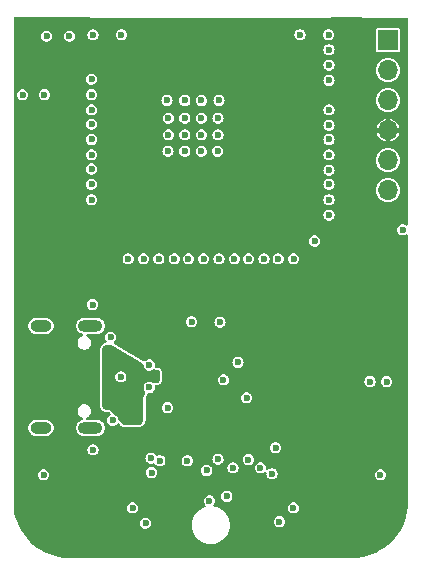
<source format=gbr>
%TF.GenerationSoftware,KiCad,Pcbnew,7.0.5-7.0.5~ubuntu20.04.1*%
%TF.CreationDate,2023-06-26T22:11:10+02:00*%
%TF.ProjectId,ESP32_UniBoard,45535033-325f-4556-9e69-426f6172642e,rev?*%
%TF.SameCoordinates,Original*%
%TF.FileFunction,Copper,L3,Inr*%
%TF.FilePolarity,Positive*%
%FSLAX46Y46*%
G04 Gerber Fmt 4.6, Leading zero omitted, Abs format (unit mm)*
G04 Created by KiCad (PCBNEW 7.0.5-7.0.5~ubuntu20.04.1) date 2023-06-26 22:11:10*
%MOMM*%
%LPD*%
G01*
G04 APERTURE LIST*
%TA.AperFunction,ComponentPad*%
%ADD10R,1.700000X1.700000*%
%TD*%
%TA.AperFunction,ComponentPad*%
%ADD11O,1.700000X1.700000*%
%TD*%
%TA.AperFunction,ComponentPad*%
%ADD12O,2.100000X1.000000*%
%TD*%
%TA.AperFunction,ComponentPad*%
%ADD13O,1.800000X1.000000*%
%TD*%
%TA.AperFunction,ViaPad*%
%ADD14C,0.600000*%
%TD*%
G04 APERTURE END LIST*
D10*
%TO.N,GND*%
%TO.C,J2*%
X136117300Y-52500000D03*
D11*
%TO.N,/ESP_TX*%
X136117300Y-55040000D03*
%TO.N,/ESP_RX*%
X136117300Y-57580000D03*
%TO.N,+3V3*%
X136117300Y-60120000D03*
%TO.N,/EN*%
X136117300Y-62660000D03*
%TO.N,/BOOT*%
X136117300Y-65200000D03*
%TD*%
D12*
%TO.N,unconnected-(J1-SHIELD-PadS1)*%
%TO.C,J1*%
X110929500Y-76683200D03*
D13*
X106729500Y-76683200D03*
D12*
X110929500Y-85323200D03*
D13*
X106729500Y-85323200D03*
%TD*%
D14*
%TO.N,GND*%
X123417300Y-79778200D03*
X116100000Y-89100000D03*
X107017300Y-57103200D03*
X114500000Y-92100000D03*
X128100000Y-92100000D03*
X135467300Y-89303200D03*
X126300000Y-89200000D03*
X105192300Y-57128200D03*
X117400000Y-57600000D03*
X111142300Y-52053200D03*
X113542300Y-52028200D03*
X120776591Y-88923409D03*
X113500000Y-81000000D03*
X117517300Y-60503200D03*
X107217300Y-52153200D03*
X126917300Y-93253700D03*
X117517300Y-59103200D03*
X119492300Y-76328200D03*
X118917300Y-60503200D03*
X109142300Y-52153200D03*
X121717300Y-59103200D03*
X134600000Y-81400000D03*
X112817300Y-84678200D03*
X136000000Y-81400000D03*
X120317300Y-59103200D03*
X124142300Y-82778200D03*
X131092300Y-52028200D03*
X118917300Y-59103200D03*
X121800000Y-57600000D03*
X121717300Y-60503200D03*
X120317300Y-60503200D03*
X121892300Y-76378200D03*
X118917300Y-57603200D03*
X112642300Y-77653200D03*
X121723409Y-87976591D03*
X121700000Y-61900000D03*
X126600000Y-87000000D03*
X120317300Y-61903200D03*
X120317300Y-57603200D03*
X122167300Y-81253200D03*
X111117300Y-74878200D03*
X111142300Y-87178200D03*
X115600000Y-93400000D03*
X117500000Y-61900000D03*
X116058732Y-87893467D03*
X106967300Y-89303200D03*
X118917300Y-61903200D03*
X128667300Y-52028200D03*
X117467300Y-83603200D03*
%TO.N,+3V3*%
X125300000Y-87930497D03*
X119542300Y-74403200D03*
X126200000Y-77600000D03*
X113567300Y-53303200D03*
X121917300Y-74453200D03*
X128686800Y-75800000D03*
X127500000Y-77600000D03*
X126200000Y-79200000D03*
X123124829Y-87940690D03*
X125000000Y-79200000D03*
X109167300Y-53703200D03*
X125000000Y-73400000D03*
X125000000Y-77600000D03*
X105092300Y-52103200D03*
X111142300Y-53328200D03*
X123400000Y-77600000D03*
X123392300Y-75803200D03*
X119100000Y-88900000D03*
X128686800Y-74128200D03*
X128700000Y-77600000D03*
X116869503Y-88900000D03*
X120742300Y-73453200D03*
X123342300Y-74153200D03*
X126200000Y-73400000D03*
%TO.N,/BOOT*%
X129917300Y-69503200D03*
X124300000Y-88000000D03*
%TO.N,VBUS*%
X114715100Y-84493200D03*
X112715100Y-83393200D03*
X116015100Y-80993200D03*
X112615100Y-78793200D03*
%TO.N,+5V*%
X123000000Y-88700000D03*
X116800000Y-88100000D03*
X119117300Y-88100000D03*
X125300000Y-88700000D03*
%TO.N,/ESP_TX*%
X131117300Y-55903200D03*
%TO.N,/ESP_RX*%
X122474414Y-91125586D03*
%TO.N,/GPIO4*%
X111017300Y-55803200D03*
%TO.N,/GPIO5*%
X111017300Y-57103200D03*
%TO.N,/GPIO6*%
X111017300Y-58403200D03*
%TO.N,/GPIO7*%
X111017300Y-59603200D03*
%TO.N,/GPIO15*%
X111017300Y-60903200D03*
%TO.N,/GPIO16*%
X111017300Y-62203200D03*
%TO.N,/GPIO17*%
X111017300Y-63403200D03*
%TO.N,/GPIO18*%
X111017300Y-64703200D03*
%TO.N,/GPIO8*%
X111017300Y-66003200D03*
%TO.N,/GPIO3*%
X114117300Y-71003200D03*
%TO.N,/GPIO46*%
X115417300Y-71003200D03*
%TO.N,/GPIO9*%
X116717300Y-71003200D03*
%TO.N,/GPIO10*%
X118017300Y-71003200D03*
%TO.N,/GPIO11*%
X119217300Y-71003200D03*
%TO.N,/GPIO12*%
X120517300Y-71003200D03*
%TO.N,/GPIO13*%
X121817300Y-71003200D03*
%TO.N,/GPIO14*%
X123117300Y-71003200D03*
%TO.N,/GPIO21*%
X124317300Y-71003200D03*
%TO.N,/GPIO47*%
X125617300Y-71003200D03*
%TO.N,/GPIO48*%
X126817300Y-71003200D03*
%TO.N,/GPIO45*%
X128117300Y-71003200D03*
%TO.N,/GPIO35*%
X131117300Y-67303200D03*
%TO.N,/GPIO36*%
X131117300Y-66003200D03*
%TO.N,/GPIO37*%
X131117300Y-64703200D03*
%TO.N,/GPIO38*%
X131117300Y-63503200D03*
%TO.N,/GPIO39*%
X131117300Y-62203200D03*
%TO.N,/GPIO40*%
X131117300Y-60903200D03*
%TO.N,/GPIO41*%
X131117300Y-59703200D03*
%TO.N,/GPIO42*%
X131117300Y-58403200D03*
%TO.N,/GPIO2*%
X131117300Y-54603200D03*
%TO.N,/GPIO1*%
X120987800Y-91499068D03*
X131117300Y-53303200D03*
X137358900Y-68558900D03*
%TO.N,/DPr_P*%
X115900000Y-81900000D03*
%TO.N,/DPr_N*%
X115900000Y-80000000D03*
%TD*%
%TA.AperFunction,Conductor*%
%TO.N,VBUS*%
G36*
X112560016Y-78294056D02*
G01*
X112599323Y-78299242D01*
X112657199Y-78306880D01*
X112707478Y-78320384D01*
X112798006Y-78357976D01*
X112809712Y-78363765D01*
X115325371Y-79820199D01*
X115390218Y-79880512D01*
X115422475Y-79962992D01*
X115424662Y-79992416D01*
X115424662Y-80000002D01*
X115443915Y-80133910D01*
X115443917Y-80133918D01*
X115500117Y-80256983D01*
X115500119Y-80256985D01*
X115500120Y-80256987D01*
X115588720Y-80359236D01*
X115702537Y-80432383D01*
X115832352Y-80470500D01*
X115967648Y-80470500D01*
X116097463Y-80432383D01*
X116150628Y-80398215D01*
X116233916Y-80368113D01*
X116309840Y-80373437D01*
X116319690Y-80376082D01*
X116319697Y-80376085D01*
X116449395Y-80393200D01*
X116545502Y-80393200D01*
X116584316Y-80397022D01*
X116621950Y-80404508D01*
X116693684Y-80434221D01*
X116708968Y-80444434D01*
X116763865Y-80499331D01*
X116774076Y-80514612D01*
X116803792Y-80586350D01*
X116811276Y-80623973D01*
X116815100Y-80662798D01*
X116815100Y-81223601D01*
X116811276Y-81262426D01*
X116803792Y-81300049D01*
X116774076Y-81371787D01*
X116763865Y-81387068D01*
X116708968Y-81441965D01*
X116693687Y-81452176D01*
X116621944Y-81481893D01*
X116576894Y-81490853D01*
X116564904Y-81492488D01*
X116555424Y-81493198D01*
X116408278Y-81515338D01*
X116373167Y-81532213D01*
X116286808Y-81551852D01*
X116200481Y-81532076D01*
X116179377Y-81520261D01*
X116171717Y-81515338D01*
X116097463Y-81467617D01*
X115967648Y-81429500D01*
X115832352Y-81429500D01*
X115702537Y-81467617D01*
X115588721Y-81540763D01*
X115500117Y-81643016D01*
X115443917Y-81766081D01*
X115443915Y-81766089D01*
X115424662Y-81899997D01*
X115424662Y-81900002D01*
X115443915Y-82033910D01*
X115443917Y-82033918D01*
X115500118Y-82156984D01*
X115500119Y-82156986D01*
X115539245Y-82202140D01*
X115580893Y-82280299D01*
X115584505Y-82368789D01*
X115549365Y-82450082D01*
X115544245Y-82456767D01*
X115524670Y-82481236D01*
X115524663Y-82481246D01*
X115443285Y-82628088D01*
X115415100Y-82793588D01*
X115415100Y-84586669D01*
X115414248Y-84599670D01*
X115401481Y-84696638D01*
X115388036Y-84746816D01*
X115358139Y-84818994D01*
X115332163Y-84863985D01*
X115284600Y-84925969D01*
X115247869Y-84962700D01*
X115185885Y-85010263D01*
X115140894Y-85036239D01*
X115068716Y-85066136D01*
X115018538Y-85079581D01*
X114921570Y-85092348D01*
X114908569Y-85093200D01*
X113948514Y-85093200D01*
X113919584Y-85091086D01*
X113819067Y-85076316D01*
X113763655Y-85059672D01*
X113684955Y-85022845D01*
X113636673Y-84990966D01*
X113560924Y-84923251D01*
X113540765Y-84902394D01*
X113316091Y-84633174D01*
X113277722Y-84557836D01*
X113277391Y-84557934D01*
X113276872Y-84556166D01*
X113275900Y-84554258D01*
X113275058Y-84549989D01*
X113273383Y-84544288D01*
X113273383Y-84544282D01*
X113273380Y-84544275D01*
X113217183Y-84421218D01*
X113217182Y-84421217D01*
X113217181Y-84421216D01*
X113217180Y-84421213D01*
X113128580Y-84318964D01*
X113014763Y-84245817D01*
X113014762Y-84245816D01*
X113002789Y-84238122D01*
X113004162Y-84235984D01*
X112950339Y-84194906D01*
X112765012Y-83972835D01*
X112765009Y-83972832D01*
X112656632Y-83875949D01*
X112656629Y-83875947D01*
X112524960Y-83814334D01*
X112524958Y-83814333D01*
X112381132Y-83793200D01*
X112381129Y-83793200D01*
X112280761Y-83793200D01*
X112249632Y-83790750D01*
X112213787Y-83785073D01*
X112188072Y-83781000D01*
X112128861Y-83761760D01*
X112087454Y-83740663D01*
X112037088Y-83704069D01*
X112004230Y-83671211D01*
X111967637Y-83620846D01*
X111946537Y-83579435D01*
X111927299Y-83520224D01*
X111917550Y-83458666D01*
X111915100Y-83427538D01*
X111915100Y-81000002D01*
X113024662Y-81000002D01*
X113043915Y-81133910D01*
X113043917Y-81133918D01*
X113100117Y-81256983D01*
X113100119Y-81256985D01*
X113100120Y-81256987D01*
X113188720Y-81359236D01*
X113302537Y-81432383D01*
X113432352Y-81470500D01*
X113567648Y-81470500D01*
X113697463Y-81432383D01*
X113811280Y-81359236D01*
X113899880Y-81256987D01*
X113956083Y-81133918D01*
X113975338Y-81000000D01*
X113956083Y-80866082D01*
X113930057Y-80809092D01*
X113899882Y-80743016D01*
X113899880Y-80743014D01*
X113899880Y-80743013D01*
X113811280Y-80640764D01*
X113697463Y-80567617D01*
X113567648Y-80529500D01*
X113432352Y-80529500D01*
X113302537Y-80567617D01*
X113188721Y-80640763D01*
X113100117Y-80743016D01*
X113043917Y-80866081D01*
X113043915Y-80866089D01*
X113024662Y-80999997D01*
X113024662Y-81000002D01*
X111915100Y-81000002D01*
X111915100Y-78695225D01*
X111917550Y-78664096D01*
X111929079Y-78591302D01*
X111948316Y-78532093D01*
X111974582Y-78480542D01*
X112011172Y-78430181D01*
X112052081Y-78389272D01*
X112102442Y-78352682D01*
X112153993Y-78326416D01*
X112213200Y-78307179D01*
X112268061Y-78298490D01*
X112285996Y-78295650D01*
X112317125Y-78293200D01*
X112546985Y-78293200D01*
X112560016Y-78294056D01*
G37*
%TD.AperFunction*%
%TD*%
%TA.AperFunction,Conductor*%
%TO.N,+3V3*%
G36*
X110751650Y-50558169D02*
G01*
X110789872Y-50564238D01*
X110812766Y-50571677D01*
X111014948Y-50603700D01*
X111014949Y-50603700D01*
X131219651Y-50603700D01*
X131219652Y-50603700D01*
X131403577Y-50574568D01*
X131423059Y-50573042D01*
X136462352Y-50576667D01*
X137613590Y-50577496D01*
X137621686Y-50578032D01*
X137649341Y-50581691D01*
X137709066Y-50589593D01*
X137772943Y-50617901D01*
X137811376Y-50676251D01*
X137816800Y-50712522D01*
X137816800Y-68066801D01*
X137797115Y-68133840D01*
X137744311Y-68179595D01*
X137675153Y-68189539D01*
X137625760Y-68171116D01*
X137581278Y-68142529D01*
X137556363Y-68126517D01*
X137556362Y-68126516D01*
X137556361Y-68126516D01*
X137426549Y-68088400D01*
X137426548Y-68088400D01*
X137291252Y-68088400D01*
X137291251Y-68088400D01*
X137161438Y-68126516D01*
X137047621Y-68199663D01*
X137047617Y-68199666D01*
X136959024Y-68301907D01*
X136959019Y-68301914D01*
X136902816Y-68424981D01*
X136883562Y-68558900D01*
X136902816Y-68692818D01*
X136959019Y-68815885D01*
X136959020Y-68815887D01*
X137047620Y-68918136D01*
X137161437Y-68991283D01*
X137189371Y-68999485D01*
X137291251Y-69029400D01*
X137291252Y-69029400D01*
X137426548Y-69029400D01*
X137556363Y-68991283D01*
X137625762Y-68946682D01*
X137692798Y-68926998D01*
X137759838Y-68946682D01*
X137805594Y-68999485D01*
X137816800Y-69050998D01*
X137816800Y-91617446D01*
X137816741Y-91620150D01*
X137799035Y-92025684D01*
X137798563Y-92031075D01*
X137745758Y-92432168D01*
X137744818Y-92437497D01*
X137657252Y-92832480D01*
X137655852Y-92837707D01*
X137534199Y-93223540D01*
X137532348Y-93228625D01*
X137377528Y-93602396D01*
X137375241Y-93607300D01*
X137188439Y-93966142D01*
X137185733Y-93970828D01*
X136968357Y-94312041D01*
X136965253Y-94316474D01*
X136718972Y-94637434D01*
X136715493Y-94641579D01*
X136442177Y-94939851D01*
X136438351Y-94943677D01*
X136140079Y-95216993D01*
X136135934Y-95220472D01*
X135814974Y-95466753D01*
X135810541Y-95469857D01*
X135469328Y-95687233D01*
X135464642Y-95689939D01*
X135105800Y-95876741D01*
X135100896Y-95879028D01*
X134727125Y-96033848D01*
X134722040Y-96035699D01*
X134336207Y-96157352D01*
X134330980Y-96158752D01*
X133935997Y-96246318D01*
X133930668Y-96247258D01*
X133529575Y-96300063D01*
X133524184Y-96300535D01*
X133118651Y-96318241D01*
X133115947Y-96318300D01*
X109118653Y-96318300D01*
X109115949Y-96318241D01*
X108710415Y-96300535D01*
X108705024Y-96300063D01*
X108303931Y-96247258D01*
X108298602Y-96246318D01*
X107903619Y-96158752D01*
X107898392Y-96157352D01*
X107512559Y-96035699D01*
X107507474Y-96033848D01*
X107251877Y-95927977D01*
X107133697Y-95879025D01*
X107128807Y-95876745D01*
X106769957Y-95689939D01*
X106765271Y-95687233D01*
X106424058Y-95469857D01*
X106419625Y-95466753D01*
X106098665Y-95220472D01*
X106094520Y-95216993D01*
X105796248Y-94943677D01*
X105792422Y-94939851D01*
X105519106Y-94641579D01*
X105515627Y-94637434D01*
X105269346Y-94316474D01*
X105266242Y-94312041D01*
X105048866Y-93970828D01*
X105046160Y-93966142D01*
X104859349Y-93607282D01*
X104857078Y-93602412D01*
X104773236Y-93399999D01*
X115124662Y-93399999D01*
X115143916Y-93533918D01*
X115200119Y-93656985D01*
X115200120Y-93656987D01*
X115288720Y-93759236D01*
X115402537Y-93832383D01*
X115467444Y-93851441D01*
X115532351Y-93870500D01*
X115532352Y-93870500D01*
X115667648Y-93870500D01*
X115797463Y-93832383D01*
X115911280Y-93759236D01*
X115999880Y-93656987D01*
X116047278Y-93553199D01*
X119511851Y-93553199D01*
X119531617Y-93804351D01*
X119590426Y-94049310D01*
X119686833Y-94282059D01*
X119818460Y-94496853D01*
X119818461Y-94496856D01*
X119818464Y-94496859D01*
X119982076Y-94688424D01*
X120130366Y-94815075D01*
X120173643Y-94852038D01*
X120173646Y-94852039D01*
X120388440Y-94983666D01*
X120621188Y-95080073D01*
X120621189Y-95080073D01*
X120866152Y-95138883D01*
X121054418Y-95153700D01*
X121054426Y-95153700D01*
X121180174Y-95153700D01*
X121180182Y-95153700D01*
X121368448Y-95138883D01*
X121613411Y-95080073D01*
X121846159Y-94983666D01*
X122060959Y-94852036D01*
X122252524Y-94688424D01*
X122416136Y-94496859D01*
X122547766Y-94282059D01*
X122644173Y-94049311D01*
X122702983Y-93804348D01*
X122722749Y-93553200D01*
X122702983Y-93302052D01*
X122691375Y-93253699D01*
X126441962Y-93253699D01*
X126461216Y-93387618D01*
X126517419Y-93510685D01*
X126517420Y-93510687D01*
X126606020Y-93612936D01*
X126719837Y-93686083D01*
X126784744Y-93705141D01*
X126849651Y-93724200D01*
X126849652Y-93724200D01*
X126984948Y-93724200D01*
X127114763Y-93686083D01*
X127228580Y-93612936D01*
X127317180Y-93510687D01*
X127373383Y-93387618D01*
X127392638Y-93253700D01*
X127373383Y-93119782D01*
X127317180Y-92996713D01*
X127228580Y-92894464D01*
X127114763Y-92821317D01*
X127114762Y-92821316D01*
X127114761Y-92821316D01*
X126984949Y-92783200D01*
X126984948Y-92783200D01*
X126849652Y-92783200D01*
X126849651Y-92783200D01*
X126719838Y-92821316D01*
X126606021Y-92894463D01*
X126606017Y-92894466D01*
X126517424Y-92996707D01*
X126517419Y-92996714D01*
X126461216Y-93119781D01*
X126441962Y-93253699D01*
X122691375Y-93253699D01*
X122644173Y-93057089D01*
X122576812Y-92894464D01*
X122547766Y-92824340D01*
X122416139Y-92609546D01*
X122416138Y-92609543D01*
X122287763Y-92459236D01*
X122252524Y-92417976D01*
X122125871Y-92309804D01*
X122060956Y-92254361D01*
X122060953Y-92254360D01*
X121846159Y-92122733D01*
X121791274Y-92099999D01*
X127624662Y-92099999D01*
X127643916Y-92233918D01*
X127700119Y-92356985D01*
X127700124Y-92356992D01*
X127752967Y-92417976D01*
X127788720Y-92459236D01*
X127902537Y-92532383D01*
X127967444Y-92551441D01*
X128032351Y-92570500D01*
X128032352Y-92570500D01*
X128167648Y-92570500D01*
X128297463Y-92532383D01*
X128411280Y-92459236D01*
X128499880Y-92356987D01*
X128556083Y-92233918D01*
X128575338Y-92100000D01*
X128558450Y-91982542D01*
X128556083Y-91966081D01*
X128499880Y-91843014D01*
X128499880Y-91843013D01*
X128411280Y-91740764D01*
X128297463Y-91667617D01*
X128297462Y-91667616D01*
X128297461Y-91667616D01*
X128167649Y-91629500D01*
X128167648Y-91629500D01*
X128032352Y-91629500D01*
X128032351Y-91629500D01*
X127902538Y-91667616D01*
X127788721Y-91740763D01*
X127788717Y-91740766D01*
X127700124Y-91843007D01*
X127700119Y-91843014D01*
X127643916Y-91966081D01*
X127624662Y-92099999D01*
X121791274Y-92099999D01*
X121613410Y-92026326D01*
X121431033Y-91982542D01*
X121370441Y-91947751D01*
X121338277Y-91885725D01*
X121344753Y-91816156D01*
X121366266Y-91780767D01*
X121387680Y-91756055D01*
X121443883Y-91632986D01*
X121463138Y-91499068D01*
X121443883Y-91365150D01*
X121387680Y-91242081D01*
X121299080Y-91139832D01*
X121276912Y-91125585D01*
X121999076Y-91125585D01*
X122018330Y-91259504D01*
X122066577Y-91365149D01*
X122074534Y-91382573D01*
X122163134Y-91484822D01*
X122276951Y-91557969D01*
X122322029Y-91571205D01*
X122406765Y-91596086D01*
X122406766Y-91596086D01*
X122542062Y-91596086D01*
X122671877Y-91557969D01*
X122785694Y-91484822D01*
X122874294Y-91382573D01*
X122930497Y-91259504D01*
X122949752Y-91125586D01*
X122930497Y-90991668D01*
X122874294Y-90868599D01*
X122785694Y-90766350D01*
X122671877Y-90693203D01*
X122671876Y-90693202D01*
X122671875Y-90693202D01*
X122542063Y-90655086D01*
X122542062Y-90655086D01*
X122406766Y-90655086D01*
X122406765Y-90655086D01*
X122276952Y-90693202D01*
X122163135Y-90766349D01*
X122163131Y-90766352D01*
X122074538Y-90868593D01*
X122074533Y-90868600D01*
X122018330Y-90991667D01*
X121999076Y-91125585D01*
X121276912Y-91125585D01*
X121185263Y-91066685D01*
X121185262Y-91066684D01*
X121185261Y-91066684D01*
X121055449Y-91028568D01*
X121055448Y-91028568D01*
X120920152Y-91028568D01*
X120920151Y-91028568D01*
X120790338Y-91066684D01*
X120676521Y-91139831D01*
X120676517Y-91139834D01*
X120587924Y-91242075D01*
X120587919Y-91242082D01*
X120531716Y-91365149D01*
X120512462Y-91499067D01*
X120531716Y-91632986D01*
X120587919Y-91756053D01*
X120587924Y-91756060D01*
X120656434Y-91835124D01*
X120685460Y-91898679D01*
X120675517Y-91967838D01*
X120629762Y-92020642D01*
X120610175Y-92030888D01*
X120388440Y-92122733D01*
X120173646Y-92254360D01*
X120173643Y-92254361D01*
X119982076Y-92417976D01*
X119818461Y-92609543D01*
X119818460Y-92609546D01*
X119686833Y-92824340D01*
X119590426Y-93057089D01*
X119531617Y-93302048D01*
X119511851Y-93553199D01*
X116047278Y-93553199D01*
X116056083Y-93533918D01*
X116075338Y-93400000D01*
X116056083Y-93266082D01*
X116050428Y-93253700D01*
X115999880Y-93143014D01*
X115999880Y-93143013D01*
X115911280Y-93040764D01*
X115797463Y-92967617D01*
X115797462Y-92967616D01*
X115797461Y-92967616D01*
X115667649Y-92929500D01*
X115667648Y-92929500D01*
X115532352Y-92929500D01*
X115532351Y-92929500D01*
X115402538Y-92967616D01*
X115288721Y-93040763D01*
X115288717Y-93040766D01*
X115200124Y-93143007D01*
X115200119Y-93143014D01*
X115143916Y-93266081D01*
X115124662Y-93399999D01*
X104773236Y-93399999D01*
X104702251Y-93228625D01*
X104700400Y-93223540D01*
X104578743Y-92837692D01*
X104577347Y-92832480D01*
X104489781Y-92437497D01*
X104488843Y-92432181D01*
X104445111Y-92100000D01*
X114024662Y-92100000D01*
X114043916Y-92233918D01*
X114100119Y-92356985D01*
X114100124Y-92356992D01*
X114152967Y-92417976D01*
X114188720Y-92459236D01*
X114302537Y-92532383D01*
X114367444Y-92551441D01*
X114432351Y-92570500D01*
X114432352Y-92570500D01*
X114567648Y-92570500D01*
X114697463Y-92532383D01*
X114811280Y-92459236D01*
X114899880Y-92356987D01*
X114956083Y-92233918D01*
X114975338Y-92100000D01*
X114958450Y-91982542D01*
X114956083Y-91966081D01*
X114899880Y-91843014D01*
X114899880Y-91843013D01*
X114811280Y-91740764D01*
X114697463Y-91667617D01*
X114697462Y-91667616D01*
X114697461Y-91667616D01*
X114567649Y-91629500D01*
X114567648Y-91629500D01*
X114432352Y-91629500D01*
X114432351Y-91629500D01*
X114302538Y-91667616D01*
X114188721Y-91740763D01*
X114188717Y-91740766D01*
X114100124Y-91843007D01*
X114100119Y-91843014D01*
X114043916Y-91966081D01*
X114024662Y-92100000D01*
X104445111Y-92100000D01*
X104436034Y-92031057D01*
X104435565Y-92025705D01*
X104417857Y-91620106D01*
X104417800Y-91617489D01*
X104417800Y-91571205D01*
X104417800Y-89303199D01*
X106491962Y-89303199D01*
X106511216Y-89437118D01*
X106567419Y-89560185D01*
X106567424Y-89560192D01*
X106629978Y-89632383D01*
X106656020Y-89662436D01*
X106769837Y-89735583D01*
X106834744Y-89754641D01*
X106899651Y-89773700D01*
X106899652Y-89773700D01*
X107034948Y-89773700D01*
X107164763Y-89735583D01*
X107278580Y-89662436D01*
X107367180Y-89560187D01*
X107423383Y-89437118D01*
X107442638Y-89303200D01*
X107423383Y-89169282D01*
X107391743Y-89100000D01*
X115624662Y-89100000D01*
X115643916Y-89233918D01*
X115700119Y-89356985D01*
X115700124Y-89356992D01*
X115786775Y-89456992D01*
X115788720Y-89459236D01*
X115902537Y-89532383D01*
X115967444Y-89551441D01*
X116032351Y-89570500D01*
X116032352Y-89570500D01*
X116167648Y-89570500D01*
X116297463Y-89532383D01*
X116411280Y-89459236D01*
X116499880Y-89356987D01*
X116556083Y-89233918D01*
X116575338Y-89100000D01*
X116556083Y-88966082D01*
X116545548Y-88943014D01*
X116536595Y-88923409D01*
X120301253Y-88923409D01*
X120320507Y-89057327D01*
X120376710Y-89180394D01*
X120376715Y-89180401D01*
X120393695Y-89199997D01*
X120465311Y-89282645D01*
X120579128Y-89355792D01*
X120644035Y-89374850D01*
X120708942Y-89393909D01*
X120708943Y-89393909D01*
X120844239Y-89393909D01*
X120974054Y-89355792D01*
X121087871Y-89282645D01*
X121176471Y-89180396D01*
X121232674Y-89057327D01*
X121251929Y-88923409D01*
X121232674Y-88789491D01*
X121210421Y-88740764D01*
X121191805Y-88699999D01*
X122524662Y-88699999D01*
X122543916Y-88833918D01*
X122600119Y-88956985D01*
X122600124Y-88956992D01*
X122687065Y-89057327D01*
X122688720Y-89059236D01*
X122802537Y-89132383D01*
X122867444Y-89151441D01*
X122932351Y-89170500D01*
X122932352Y-89170500D01*
X123067648Y-89170500D01*
X123197463Y-89132383D01*
X123311280Y-89059236D01*
X123399880Y-88956987D01*
X123456083Y-88833918D01*
X123475338Y-88700000D01*
X123475338Y-88699999D01*
X124824662Y-88699999D01*
X124843916Y-88833918D01*
X124900119Y-88956985D01*
X124900124Y-88956992D01*
X124987065Y-89057327D01*
X124988720Y-89059236D01*
X125102537Y-89132383D01*
X125167444Y-89151441D01*
X125232351Y-89170500D01*
X125232352Y-89170500D01*
X125367648Y-89170500D01*
X125497463Y-89132383D01*
X125611280Y-89059236D01*
X125614823Y-89055146D01*
X125673597Y-89017371D01*
X125743467Y-89017367D01*
X125802247Y-89055139D01*
X125831275Y-89118693D01*
X125831276Y-89153991D01*
X125824662Y-89199997D01*
X125824661Y-89199999D01*
X125843916Y-89333918D01*
X125900119Y-89456985D01*
X125900124Y-89456992D01*
X125965451Y-89532383D01*
X125988720Y-89559236D01*
X126102537Y-89632383D01*
X126167444Y-89651441D01*
X126232351Y-89670500D01*
X126232352Y-89670500D01*
X126367648Y-89670500D01*
X126497463Y-89632383D01*
X126611280Y-89559236D01*
X126699880Y-89456987D01*
X126756083Y-89333918D01*
X126760500Y-89303200D01*
X134991962Y-89303200D01*
X135011216Y-89437118D01*
X135067419Y-89560185D01*
X135067424Y-89560192D01*
X135129978Y-89632383D01*
X135156020Y-89662436D01*
X135269837Y-89735583D01*
X135334744Y-89754641D01*
X135399651Y-89773700D01*
X135399652Y-89773700D01*
X135534948Y-89773700D01*
X135664763Y-89735583D01*
X135778580Y-89662436D01*
X135867180Y-89560187D01*
X135923383Y-89437118D01*
X135942638Y-89303200D01*
X135923383Y-89169282D01*
X135867180Y-89046213D01*
X135778580Y-88943964D01*
X135664763Y-88870817D01*
X135664762Y-88870816D01*
X135664761Y-88870816D01*
X135534949Y-88832700D01*
X135534948Y-88832700D01*
X135399652Y-88832700D01*
X135399651Y-88832700D01*
X135269838Y-88870816D01*
X135156021Y-88943963D01*
X135156017Y-88943966D01*
X135067424Y-89046207D01*
X135067419Y-89046214D01*
X135011216Y-89169281D01*
X134991962Y-89303200D01*
X126760500Y-89303200D01*
X126775338Y-89200000D01*
X126756083Y-89066082D01*
X126752955Y-89059233D01*
X126710415Y-88966082D01*
X126699880Y-88943013D01*
X126647556Y-88882628D01*
X126611282Y-88840766D01*
X126611281Y-88840765D01*
X126611280Y-88840764D01*
X126497463Y-88767617D01*
X126497462Y-88767616D01*
X126497461Y-88767616D01*
X126367649Y-88729500D01*
X126367648Y-88729500D01*
X126232352Y-88729500D01*
X126232351Y-88729500D01*
X126102538Y-88767616D01*
X125988721Y-88840763D01*
X125988716Y-88840766D01*
X125985170Y-88844860D01*
X125926390Y-88882632D01*
X125856520Y-88882628D01*
X125797744Y-88844851D01*
X125768722Y-88781294D01*
X125768723Y-88746005D01*
X125775338Y-88700000D01*
X125756083Y-88566082D01*
X125755212Y-88564175D01*
X125727981Y-88504547D01*
X125699880Y-88443013D01*
X125627284Y-88359233D01*
X125611282Y-88340766D01*
X125611281Y-88340765D01*
X125611280Y-88340764D01*
X125497463Y-88267617D01*
X125497462Y-88267616D01*
X125497461Y-88267616D01*
X125367649Y-88229500D01*
X125367648Y-88229500D01*
X125232352Y-88229500D01*
X125232351Y-88229500D01*
X125102538Y-88267616D01*
X124988721Y-88340763D01*
X124988717Y-88340766D01*
X124900124Y-88443007D01*
X124900119Y-88443014D01*
X124843916Y-88566081D01*
X124824662Y-88699999D01*
X123475338Y-88699999D01*
X123456083Y-88566082D01*
X123455212Y-88564175D01*
X123427981Y-88504547D01*
X123399880Y-88443013D01*
X123327284Y-88359233D01*
X123311282Y-88340766D01*
X123311281Y-88340765D01*
X123311280Y-88340764D01*
X123197463Y-88267617D01*
X123197462Y-88267616D01*
X123197461Y-88267616D01*
X123067649Y-88229500D01*
X123067648Y-88229500D01*
X122932352Y-88229500D01*
X122932351Y-88229500D01*
X122802538Y-88267616D01*
X122688721Y-88340763D01*
X122688717Y-88340766D01*
X122600124Y-88443007D01*
X122600119Y-88443014D01*
X122543916Y-88566081D01*
X122524662Y-88699999D01*
X121191805Y-88699999D01*
X121176471Y-88666422D01*
X121144478Y-88629500D01*
X121087873Y-88564175D01*
X121087872Y-88564174D01*
X121087871Y-88564173D01*
X120974054Y-88491026D01*
X120974053Y-88491025D01*
X120974052Y-88491025D01*
X120844240Y-88452909D01*
X120844239Y-88452909D01*
X120708943Y-88452909D01*
X120708942Y-88452909D01*
X120579129Y-88491025D01*
X120465312Y-88564172D01*
X120465308Y-88564175D01*
X120376715Y-88666416D01*
X120376710Y-88666423D01*
X120320507Y-88789490D01*
X120301253Y-88923409D01*
X116536595Y-88923409D01*
X116499880Y-88843014D01*
X116499880Y-88843013D01*
X116497931Y-88840764D01*
X116411282Y-88740766D01*
X116411281Y-88740765D01*
X116411280Y-88740764D01*
X116297463Y-88667617D01*
X116297462Y-88667616D01*
X116297461Y-88667616D01*
X116167649Y-88629500D01*
X116167648Y-88629500D01*
X116032352Y-88629500D01*
X116032351Y-88629500D01*
X115902538Y-88667616D01*
X115788721Y-88740763D01*
X115788717Y-88740766D01*
X115700124Y-88843007D01*
X115700119Y-88843014D01*
X115643916Y-88966081D01*
X115624662Y-89100000D01*
X107391743Y-89100000D01*
X107367180Y-89046213D01*
X107278580Y-88943964D01*
X107164763Y-88870817D01*
X107164762Y-88870816D01*
X107164761Y-88870816D01*
X107034949Y-88832700D01*
X107034948Y-88832700D01*
X106899652Y-88832700D01*
X106899651Y-88832700D01*
X106769838Y-88870816D01*
X106656021Y-88943963D01*
X106656017Y-88943966D01*
X106567424Y-89046207D01*
X106567419Y-89046214D01*
X106511216Y-89169281D01*
X106491962Y-89303199D01*
X104417800Y-89303199D01*
X104417800Y-87893466D01*
X115583394Y-87893466D01*
X115602648Y-88027385D01*
X115658851Y-88150452D01*
X115658856Y-88150459D01*
X115731174Y-88233918D01*
X115747452Y-88252703D01*
X115861269Y-88325850D01*
X115926176Y-88344908D01*
X115991083Y-88363967D01*
X115991084Y-88363967D01*
X116126380Y-88363967D01*
X116256195Y-88325850D01*
X116256195Y-88325849D01*
X116264705Y-88323351D01*
X116265121Y-88324770D01*
X116324694Y-88316201D01*
X116388252Y-88345220D01*
X116400769Y-88357737D01*
X116488717Y-88459233D01*
X116488720Y-88459236D01*
X116602537Y-88532383D01*
X116667444Y-88551441D01*
X116732351Y-88570500D01*
X116732352Y-88570500D01*
X116867648Y-88570500D01*
X116997463Y-88532383D01*
X117111280Y-88459236D01*
X117199880Y-88356987D01*
X117256083Y-88233918D01*
X117275338Y-88100000D01*
X117275338Y-88099999D01*
X118641962Y-88099999D01*
X118661216Y-88233918D01*
X118717419Y-88356985D01*
X118717424Y-88356992D01*
X118800537Y-88452909D01*
X118806020Y-88459236D01*
X118919837Y-88532383D01*
X118984744Y-88551441D01*
X119049651Y-88570500D01*
X119049652Y-88570500D01*
X119184948Y-88570500D01*
X119314763Y-88532383D01*
X119428580Y-88459236D01*
X119517180Y-88356987D01*
X119573383Y-88233918D01*
X119592638Y-88100000D01*
X119574894Y-87976591D01*
X121248071Y-87976591D01*
X121267325Y-88110509D01*
X121323528Y-88233576D01*
X121323533Y-88233583D01*
X121403483Y-88325850D01*
X121412129Y-88335827D01*
X121525946Y-88408974D01*
X121590853Y-88428032D01*
X121655760Y-88447091D01*
X121655761Y-88447091D01*
X121791057Y-88447091D01*
X121920872Y-88408974D01*
X122034689Y-88335827D01*
X122123289Y-88233578D01*
X122179492Y-88110509D01*
X122195381Y-88000000D01*
X123824662Y-88000000D01*
X123843916Y-88133918D01*
X123900119Y-88256985D01*
X123900124Y-88256992D01*
X123986775Y-88356992D01*
X123988720Y-88359236D01*
X124102537Y-88432383D01*
X124138740Y-88443013D01*
X124232351Y-88470500D01*
X124232352Y-88470500D01*
X124367648Y-88470500D01*
X124497463Y-88432383D01*
X124611280Y-88359236D01*
X124699880Y-88256987D01*
X124756083Y-88133918D01*
X124775338Y-88000000D01*
X124756083Y-87866082D01*
X124745548Y-87843014D01*
X124727981Y-87804547D01*
X124699880Y-87743013D01*
X124697931Y-87740764D01*
X124611282Y-87640766D01*
X124611281Y-87640765D01*
X124611280Y-87640764D01*
X124497463Y-87567617D01*
X124497462Y-87567616D01*
X124497461Y-87567616D01*
X124367649Y-87529500D01*
X124367648Y-87529500D01*
X124232352Y-87529500D01*
X124232351Y-87529500D01*
X124102538Y-87567616D01*
X123988721Y-87640763D01*
X123988717Y-87640766D01*
X123900124Y-87743007D01*
X123900119Y-87743014D01*
X123843916Y-87866081D01*
X123824662Y-88000000D01*
X122195381Y-88000000D01*
X122198747Y-87976591D01*
X122179492Y-87842673D01*
X122123289Y-87719604D01*
X122080406Y-87670115D01*
X122034691Y-87617357D01*
X122034690Y-87617356D01*
X122034689Y-87617355D01*
X121920872Y-87544208D01*
X121920871Y-87544207D01*
X121920870Y-87544207D01*
X121791058Y-87506091D01*
X121791057Y-87506091D01*
X121655761Y-87506091D01*
X121655760Y-87506091D01*
X121525947Y-87544207D01*
X121412130Y-87617354D01*
X121412126Y-87617357D01*
X121323533Y-87719598D01*
X121323528Y-87719605D01*
X121267325Y-87842672D01*
X121248071Y-87976591D01*
X119574894Y-87976591D01*
X119573383Y-87966082D01*
X119517180Y-87843013D01*
X119517175Y-87843007D01*
X119428582Y-87740766D01*
X119428581Y-87740765D01*
X119428580Y-87740764D01*
X119314763Y-87667617D01*
X119314762Y-87667616D01*
X119314761Y-87667616D01*
X119184949Y-87629500D01*
X119184948Y-87629500D01*
X119049652Y-87629500D01*
X119049651Y-87629500D01*
X118919838Y-87667616D01*
X118806021Y-87740763D01*
X118806017Y-87740766D01*
X118717424Y-87843007D01*
X118717419Y-87843014D01*
X118661216Y-87966081D01*
X118641962Y-88099999D01*
X117275338Y-88099999D01*
X117256083Y-87966082D01*
X117199880Y-87843013D01*
X117199875Y-87843007D01*
X117111282Y-87740766D01*
X117111281Y-87740765D01*
X117111280Y-87740764D01*
X116997463Y-87667617D01*
X116997462Y-87667616D01*
X116997461Y-87667616D01*
X116867649Y-87629500D01*
X116867648Y-87629500D01*
X116732352Y-87629500D01*
X116732351Y-87629500D01*
X116594028Y-87670115D01*
X116593611Y-87668697D01*
X116534025Y-87677264D01*
X116470470Y-87648238D01*
X116457962Y-87635729D01*
X116370014Y-87534233D01*
X116370013Y-87534232D01*
X116370012Y-87534231D01*
X116256195Y-87461084D01*
X116256194Y-87461083D01*
X116256193Y-87461083D01*
X116126381Y-87422967D01*
X116126380Y-87422967D01*
X115991084Y-87422967D01*
X115991083Y-87422967D01*
X115861270Y-87461083D01*
X115747453Y-87534230D01*
X115747449Y-87534233D01*
X115658856Y-87636474D01*
X115658851Y-87636481D01*
X115602648Y-87759548D01*
X115583394Y-87893466D01*
X104417800Y-87893466D01*
X104417800Y-87178200D01*
X110666962Y-87178200D01*
X110686216Y-87312118D01*
X110742419Y-87435185D01*
X110742424Y-87435192D01*
X110828244Y-87534233D01*
X110831020Y-87537436D01*
X110944837Y-87610583D01*
X111009263Y-87629500D01*
X111074651Y-87648700D01*
X111074652Y-87648700D01*
X111209948Y-87648700D01*
X111339763Y-87610583D01*
X111453580Y-87537436D01*
X111542180Y-87435187D01*
X111598383Y-87312118D01*
X111617638Y-87178200D01*
X111598383Y-87044282D01*
X111578160Y-87000000D01*
X126124662Y-87000000D01*
X126143916Y-87133918D01*
X126200119Y-87256985D01*
X126200124Y-87256992D01*
X126247891Y-87312118D01*
X126288720Y-87359236D01*
X126402537Y-87432383D01*
X126412087Y-87435187D01*
X126532351Y-87470500D01*
X126532352Y-87470500D01*
X126667648Y-87470500D01*
X126797463Y-87432383D01*
X126911280Y-87359236D01*
X126999880Y-87256987D01*
X127056083Y-87133918D01*
X127075338Y-87000000D01*
X127056083Y-86866082D01*
X126999880Y-86743013D01*
X126911280Y-86640764D01*
X126797463Y-86567617D01*
X126797462Y-86567616D01*
X126797461Y-86567616D01*
X126667649Y-86529500D01*
X126667648Y-86529500D01*
X126532352Y-86529500D01*
X126532351Y-86529500D01*
X126402538Y-86567616D01*
X126288721Y-86640763D01*
X126288717Y-86640766D01*
X126200124Y-86743007D01*
X126200119Y-86743014D01*
X126143916Y-86866081D01*
X126124662Y-87000000D01*
X111578160Y-87000000D01*
X111542180Y-86921213D01*
X111542175Y-86921207D01*
X111453582Y-86818966D01*
X111453581Y-86818965D01*
X111453580Y-86818964D01*
X111339763Y-86745817D01*
X111339762Y-86745816D01*
X111339761Y-86745816D01*
X111209949Y-86707700D01*
X111209948Y-86707700D01*
X111074652Y-86707700D01*
X111074651Y-86707700D01*
X110944838Y-86745816D01*
X110831021Y-86818963D01*
X110831017Y-86818966D01*
X110742424Y-86921207D01*
X110742419Y-86921214D01*
X110686216Y-87044281D01*
X110666962Y-87178200D01*
X104417800Y-87178200D01*
X104417800Y-85404612D01*
X105659000Y-85404612D01*
X105697966Y-85562707D01*
X105697966Y-85562708D01*
X105697967Y-85562709D01*
X105773636Y-85706885D01*
X105881610Y-85828763D01*
X106015614Y-85921259D01*
X106098676Y-85952760D01*
X106167856Y-85978997D01*
X106167858Y-85978997D01*
X106167860Y-85978998D01*
X106228400Y-85986348D01*
X106288938Y-85993700D01*
X106288940Y-85993700D01*
X107170062Y-85993700D01*
X107218491Y-85987819D01*
X107291140Y-85978998D01*
X107443386Y-85921259D01*
X107577390Y-85828763D01*
X107685364Y-85706885D01*
X107761033Y-85562709D01*
X107800000Y-85404613D01*
X107800000Y-85404612D01*
X109709000Y-85404612D01*
X109747966Y-85562707D01*
X109747966Y-85562708D01*
X109747967Y-85562709D01*
X109823636Y-85706885D01*
X109931610Y-85828763D01*
X110065614Y-85921259D01*
X110148676Y-85952760D01*
X110217856Y-85978997D01*
X110217858Y-85978997D01*
X110217860Y-85978998D01*
X110278400Y-85986348D01*
X110338938Y-85993700D01*
X110338940Y-85993700D01*
X111520062Y-85993700D01*
X111568492Y-85987819D01*
X111641140Y-85978998D01*
X111793386Y-85921259D01*
X111927390Y-85828763D01*
X112035364Y-85706885D01*
X112111033Y-85562709D01*
X112150000Y-85404613D01*
X112150000Y-85241787D01*
X112111033Y-85083691D01*
X112035364Y-84939515D01*
X111927390Y-84817637D01*
X111919394Y-84812118D01*
X111793557Y-84725259D01*
X111793386Y-84725141D01*
X111793385Y-84725140D01*
X111641143Y-84667402D01*
X111641137Y-84667401D01*
X111520062Y-84652700D01*
X111520060Y-84652700D01*
X110703149Y-84652700D01*
X110636110Y-84633015D01*
X110590355Y-84580211D01*
X110580411Y-84511053D01*
X110609436Y-84447497D01*
X110655696Y-84414139D01*
X110664714Y-84410403D01*
X110699733Y-84395898D01*
X110819951Y-84303651D01*
X110912198Y-84183433D01*
X110970187Y-84043436D01*
X110989966Y-83893200D01*
X110970187Y-83742964D01*
X110912198Y-83602967D01*
X110819951Y-83482749D01*
X110752486Y-83430981D01*
X111739599Y-83430981D01*
X111739871Y-83437872D01*
X111742861Y-83475875D01*
X111742864Y-83475902D01*
X111743668Y-83482698D01*
X111743671Y-83482715D01*
X111753959Y-83547676D01*
X111760388Y-83574454D01*
X111760391Y-83574464D01*
X111760393Y-83574471D01*
X111779622Y-83633655D01*
X111779628Y-83633672D01*
X111790166Y-83659113D01*
X111797554Y-83673613D01*
X111811265Y-83700521D01*
X111825655Y-83724004D01*
X111862248Y-83774369D01*
X111880133Y-83795308D01*
X111912991Y-83828166D01*
X111930354Y-83842996D01*
X111933931Y-83846051D01*
X111984283Y-83882635D01*
X111984286Y-83882637D01*
X111984296Y-83882644D01*
X112007781Y-83897036D01*
X112049188Y-83918133D01*
X112059614Y-83922451D01*
X112074605Y-83928661D01*
X112074615Y-83928664D01*
X112074626Y-83928669D01*
X112118189Y-83942824D01*
X112133824Y-83947905D01*
X112133829Y-83947906D01*
X112133837Y-83947909D01*
X112133843Y-83947910D01*
X112133859Y-83947915D01*
X112152374Y-83952359D01*
X112160618Y-83954339D01*
X112225582Y-83964628D01*
X112232426Y-83965439D01*
X112270427Y-83968429D01*
X112277314Y-83968700D01*
X112359240Y-83968700D01*
X112377265Y-83970017D01*
X112393341Y-83972378D01*
X112455907Y-83981571D01*
X112490434Y-83991942D01*
X112542386Y-84016252D01*
X112572468Y-84036113D01*
X112607229Y-84067187D01*
X112644089Y-84126541D01*
X112643009Y-84196402D01*
X112604330Y-84254589D01*
X112591627Y-84263947D01*
X112506018Y-84318965D01*
X112506017Y-84318966D01*
X112417424Y-84421207D01*
X112417419Y-84421214D01*
X112361216Y-84544281D01*
X112341962Y-84678200D01*
X112361216Y-84812118D01*
X112417419Y-84935185D01*
X112417424Y-84935192D01*
X112505963Y-85037371D01*
X112506020Y-85037436D01*
X112619837Y-85110583D01*
X112658046Y-85121802D01*
X112749651Y-85148700D01*
X112749652Y-85148700D01*
X112884948Y-85148700D01*
X113014763Y-85110583D01*
X113128580Y-85037436D01*
X113184025Y-84973449D01*
X113242802Y-84935675D01*
X113312671Y-84935675D01*
X113371450Y-84973449D01*
X113372918Y-84975175D01*
X113408072Y-85017299D01*
X113412350Y-85022061D01*
X113412359Y-85022070D01*
X113436928Y-85047491D01*
X113436958Y-85047521D01*
X113441573Y-85051959D01*
X113465735Y-85073559D01*
X113519700Y-85121802D01*
X113519708Y-85121808D01*
X113539973Y-85137422D01*
X113588255Y-85169301D01*
X113588262Y-85169305D01*
X113588265Y-85169307D01*
X113610552Y-85181791D01*
X113610572Y-85181802D01*
X113689272Y-85218629D01*
X113713169Y-85227753D01*
X113768581Y-85244397D01*
X113793553Y-85249951D01*
X113897237Y-85265187D01*
X113903601Y-85265886D01*
X113938916Y-85268467D01*
X113938911Y-85268467D01*
X113945283Y-85268699D01*
X113945288Y-85268699D01*
X113945313Y-85268700D01*
X113945335Y-85268700D01*
X114911424Y-85268700D01*
X114911440Y-85268700D01*
X114911459Y-85268699D01*
X114911480Y-85268699D01*
X114913282Y-85268639D01*
X114917180Y-85268512D01*
X114917195Y-85268511D01*
X114917200Y-85268511D01*
X114923121Y-85268122D01*
X114935913Y-85267284D01*
X114941631Y-85266721D01*
X115047143Y-85252829D01*
X115047156Y-85252826D01*
X115047159Y-85252826D01*
X115058402Y-85250590D01*
X115058405Y-85250589D01*
X115058411Y-85250588D01*
X115119688Y-85234169D01*
X115119689Y-85234168D01*
X115119695Y-85234167D01*
X115124998Y-85232366D01*
X115130569Y-85230476D01*
X115213363Y-85196181D01*
X115223669Y-85191099D01*
X115278612Y-85159377D01*
X115288166Y-85152993D01*
X115359266Y-85098435D01*
X115367904Y-85090859D01*
X115412759Y-85046004D01*
X115420335Y-85037366D01*
X115474893Y-84966266D01*
X115481277Y-84956712D01*
X115512999Y-84901769D01*
X115518081Y-84891463D01*
X115552376Y-84808669D01*
X115556069Y-84797788D01*
X115572488Y-84736511D01*
X115574729Y-84725243D01*
X115588621Y-84619731D01*
X115589184Y-84614013D01*
X115590412Y-84595280D01*
X115590600Y-84589540D01*
X115590600Y-83603200D01*
X116991962Y-83603200D01*
X117011216Y-83737118D01*
X117067419Y-83860185D01*
X117067424Y-83860192D01*
X117149003Y-83954339D01*
X117156020Y-83962436D01*
X117269837Y-84035583D01*
X117334744Y-84054641D01*
X117399651Y-84073700D01*
X117399652Y-84073700D01*
X117534948Y-84073700D01*
X117664763Y-84035583D01*
X117778580Y-83962436D01*
X117867180Y-83860187D01*
X117923383Y-83737118D01*
X117942638Y-83603200D01*
X117923383Y-83469282D01*
X117867180Y-83346213D01*
X117778580Y-83243964D01*
X117664763Y-83170817D01*
X117664762Y-83170816D01*
X117664761Y-83170816D01*
X117534949Y-83132700D01*
X117534948Y-83132700D01*
X117399652Y-83132700D01*
X117399651Y-83132700D01*
X117269838Y-83170816D01*
X117156021Y-83243963D01*
X117156017Y-83243966D01*
X117067424Y-83346207D01*
X117067419Y-83346214D01*
X117011216Y-83469281D01*
X116991962Y-83603200D01*
X115590600Y-83603200D01*
X115590600Y-82818908D01*
X115592360Y-82798091D01*
X115595747Y-82778200D01*
X123666962Y-82778200D01*
X123686216Y-82912118D01*
X123742419Y-83035185D01*
X123742420Y-83035187D01*
X123831020Y-83137436D01*
X123944837Y-83210583D01*
X124009744Y-83229641D01*
X124074651Y-83248700D01*
X124074652Y-83248700D01*
X124209948Y-83248700D01*
X124339763Y-83210583D01*
X124453580Y-83137436D01*
X124542180Y-83035187D01*
X124598383Y-82912118D01*
X124617638Y-82778200D01*
X124598383Y-82644282D01*
X124542180Y-82521213D01*
X124476400Y-82445299D01*
X124453582Y-82418966D01*
X124453581Y-82418965D01*
X124453580Y-82418964D01*
X124339763Y-82345817D01*
X124339762Y-82345816D01*
X124339761Y-82345816D01*
X124209949Y-82307700D01*
X124209948Y-82307700D01*
X124074652Y-82307700D01*
X124074651Y-82307700D01*
X123944838Y-82345816D01*
X123831021Y-82418963D01*
X123831017Y-82418966D01*
X123742424Y-82521207D01*
X123742419Y-82521214D01*
X123686216Y-82644281D01*
X123666962Y-82778200D01*
X115595747Y-82778200D01*
X115607731Y-82707832D01*
X115621512Y-82668545D01*
X115665896Y-82588457D01*
X115677529Y-82571098D01*
X115681869Y-82565673D01*
X115683012Y-82564214D01*
X115688695Y-82556794D01*
X115710459Y-82519717D01*
X115742627Y-82445298D01*
X115787295Y-82391573D01*
X115853920Y-82370526D01*
X115856448Y-82370500D01*
X115967648Y-82370500D01*
X116097463Y-82332383D01*
X116211280Y-82259236D01*
X116299880Y-82156987D01*
X116356083Y-82033918D01*
X116375338Y-81900000D01*
X116364701Y-81826022D01*
X116374644Y-81756867D01*
X116420399Y-81704062D01*
X116446583Y-81691302D01*
X116449191Y-81690392D01*
X116449208Y-81690383D01*
X116449409Y-81690301D01*
X116449604Y-81690246D01*
X116452496Y-81689238D01*
X116452561Y-81689426D01*
X116478336Y-81682272D01*
X116572802Y-81668058D01*
X116577371Y-81667545D01*
X116580670Y-81667299D01*
X116585974Y-81666739D01*
X116603250Y-81664383D01*
X116608512Y-81663502D01*
X116656179Y-81654022D01*
X116689105Y-81644034D01*
X116760848Y-81614317D01*
X116791193Y-81598096D01*
X116806474Y-81587885D01*
X116833065Y-81566062D01*
X116887962Y-81511165D01*
X116909785Y-81484574D01*
X116919996Y-81469293D01*
X116936216Y-81438950D01*
X116965932Y-81367212D01*
X116975920Y-81334289D01*
X116984244Y-81292440D01*
X116985509Y-81283916D01*
X116988534Y-81253200D01*
X121691962Y-81253200D01*
X121711216Y-81387118D01*
X121767419Y-81510185D01*
X121767424Y-81510192D01*
X121843589Y-81598091D01*
X121856020Y-81612436D01*
X121969837Y-81685583D01*
X122030326Y-81703344D01*
X122099651Y-81723700D01*
X122099652Y-81723700D01*
X122234948Y-81723700D01*
X122364763Y-81685583D01*
X122478580Y-81612436D01*
X122567180Y-81510187D01*
X122617501Y-81399999D01*
X134124662Y-81399999D01*
X134143916Y-81533918D01*
X134200119Y-81656985D01*
X134200124Y-81656992D01*
X134257927Y-81723700D01*
X134288720Y-81759236D01*
X134402537Y-81832383D01*
X134467444Y-81851441D01*
X134532351Y-81870500D01*
X134532352Y-81870500D01*
X134667648Y-81870500D01*
X134797463Y-81832383D01*
X134911280Y-81759236D01*
X134999880Y-81656987D01*
X135056083Y-81533918D01*
X135075338Y-81400000D01*
X135524662Y-81400000D01*
X135543916Y-81533918D01*
X135600119Y-81656985D01*
X135600124Y-81656992D01*
X135657927Y-81723700D01*
X135688720Y-81759236D01*
X135802537Y-81832383D01*
X135867444Y-81851441D01*
X135932351Y-81870500D01*
X135932352Y-81870500D01*
X136067648Y-81870500D01*
X136197463Y-81832383D01*
X136311280Y-81759236D01*
X136399880Y-81656987D01*
X136456083Y-81533918D01*
X136475338Y-81400000D01*
X136456083Y-81266082D01*
X136399880Y-81143013D01*
X136311280Y-81040764D01*
X136197463Y-80967617D01*
X136197462Y-80967616D01*
X136197461Y-80967616D01*
X136067649Y-80929500D01*
X136067648Y-80929500D01*
X135932352Y-80929500D01*
X135932351Y-80929500D01*
X135802538Y-80967616D01*
X135688721Y-81040763D01*
X135688717Y-81040766D01*
X135600124Y-81143007D01*
X135600119Y-81143014D01*
X135543916Y-81266081D01*
X135524662Y-81400000D01*
X135075338Y-81400000D01*
X135056083Y-81266082D01*
X134999880Y-81143013D01*
X134911280Y-81040764D01*
X134797463Y-80967617D01*
X134797462Y-80967616D01*
X134797461Y-80967616D01*
X134667649Y-80929500D01*
X134667648Y-80929500D01*
X134532352Y-80929500D01*
X134532351Y-80929500D01*
X134402538Y-80967616D01*
X134288721Y-81040763D01*
X134288717Y-81040766D01*
X134200124Y-81143007D01*
X134200119Y-81143014D01*
X134143916Y-81266081D01*
X134124662Y-81399999D01*
X122617501Y-81399999D01*
X122623383Y-81387118D01*
X122642638Y-81253200D01*
X122623383Y-81119282D01*
X122567180Y-80996213D01*
X122542401Y-80967617D01*
X122478582Y-80893966D01*
X122478581Y-80893965D01*
X122478580Y-80893964D01*
X122364763Y-80820817D01*
X122364762Y-80820816D01*
X122364761Y-80820816D01*
X122234949Y-80782700D01*
X122234948Y-80782700D01*
X122099652Y-80782700D01*
X122099651Y-80782700D01*
X121969838Y-80820816D01*
X121856021Y-80893963D01*
X121856017Y-80893966D01*
X121767424Y-80996207D01*
X121767419Y-80996214D01*
X121711216Y-81119281D01*
X121691962Y-81253200D01*
X116988534Y-81253200D01*
X116990177Y-81236516D01*
X116990600Y-81227909D01*
X116990600Y-80658490D01*
X116990177Y-80649883D01*
X116985509Y-80602483D01*
X116984244Y-80593959D01*
X116975920Y-80552110D01*
X116965932Y-80519187D01*
X116936216Y-80447449D01*
X116919996Y-80417106D01*
X116919986Y-80417090D01*
X116909789Y-80401830D01*
X116887957Y-80375228D01*
X116833070Y-80320341D01*
X116806468Y-80298509D01*
X116791205Y-80288310D01*
X116791196Y-80288305D01*
X116791195Y-80288304D01*
X116791190Y-80288301D01*
X116760845Y-80272080D01*
X116760842Y-80272079D01*
X116760837Y-80272076D01*
X116689118Y-80242369D01*
X116689103Y-80242364D01*
X116656187Y-80232379D01*
X116656178Y-80232377D01*
X116614330Y-80224054D01*
X116608108Y-80223131D01*
X116605803Y-80222789D01*
X116605793Y-80222788D01*
X116605777Y-80222786D01*
X116558420Y-80218123D01*
X116558422Y-80218123D01*
X116554790Y-80217944D01*
X116549809Y-80217700D01*
X116549798Y-80217700D01*
X116487141Y-80217700D01*
X116420102Y-80198015D01*
X116374347Y-80145211D01*
X116364403Y-80076053D01*
X116364892Y-80072645D01*
X116375338Y-80000000D01*
X116356083Y-79866082D01*
X116315949Y-79778199D01*
X122941962Y-79778199D01*
X122961216Y-79912118D01*
X123017419Y-80035185D01*
X123017424Y-80035192D01*
X123102971Y-80133918D01*
X123106020Y-80137436D01*
X123219837Y-80210583D01*
X123265715Y-80224054D01*
X123349651Y-80248700D01*
X123349652Y-80248700D01*
X123484948Y-80248700D01*
X123614763Y-80210583D01*
X123728580Y-80137436D01*
X123817180Y-80035187D01*
X123873383Y-79912118D01*
X123892638Y-79778200D01*
X123873383Y-79644282D01*
X123871777Y-79640766D01*
X123817180Y-79521214D01*
X123817180Y-79521213D01*
X123728580Y-79418964D01*
X123614763Y-79345817D01*
X123614762Y-79345816D01*
X123614761Y-79345816D01*
X123484949Y-79307700D01*
X123484948Y-79307700D01*
X123349652Y-79307700D01*
X123349651Y-79307700D01*
X123219838Y-79345816D01*
X123106021Y-79418963D01*
X123106017Y-79418966D01*
X123017424Y-79521207D01*
X123017419Y-79521214D01*
X122961216Y-79644281D01*
X122941962Y-79778199D01*
X116315949Y-79778199D01*
X116299880Y-79743013D01*
X116251910Y-79687653D01*
X116211282Y-79640766D01*
X116211281Y-79640765D01*
X116211280Y-79640764D01*
X116097463Y-79567617D01*
X116097462Y-79567616D01*
X116097461Y-79567616D01*
X115967649Y-79529500D01*
X115967648Y-79529500D01*
X115832352Y-79529500D01*
X115832351Y-79529500D01*
X115702538Y-79567616D01*
X115588721Y-79640763D01*
X115588717Y-79640766D01*
X115580819Y-79649881D01*
X115522040Y-79687653D01*
X115452170Y-79687650D01*
X115416428Y-79669885D01*
X115416322Y-79670047D01*
X115416315Y-79670060D01*
X115416314Y-79670059D01*
X115416207Y-79670223D01*
X115413404Y-79668383D01*
X115413372Y-79668367D01*
X115413308Y-79668320D01*
X115413299Y-79668314D01*
X112939626Y-78236188D01*
X112891470Y-78185563D01*
X112878330Y-78116940D01*
X112904375Y-78052107D01*
X112934711Y-78024562D01*
X112953580Y-78012436D01*
X113042180Y-77910187D01*
X113098383Y-77787118D01*
X113117638Y-77653200D01*
X113098383Y-77519282D01*
X113042180Y-77396213D01*
X112953580Y-77293964D01*
X112839763Y-77220817D01*
X112839762Y-77220816D01*
X112839761Y-77220816D01*
X112709949Y-77182700D01*
X112709948Y-77182700D01*
X112574652Y-77182700D01*
X112574651Y-77182700D01*
X112444838Y-77220816D01*
X112331021Y-77293963D01*
X112331017Y-77293966D01*
X112242424Y-77396207D01*
X112242419Y-77396214D01*
X112186216Y-77519281D01*
X112166962Y-77653199D01*
X112186216Y-77787118D01*
X112242419Y-77910185D01*
X112242421Y-77910188D01*
X112259768Y-77930207D01*
X112288794Y-77993763D01*
X112278851Y-78062921D01*
X112233097Y-78115726D01*
X112188065Y-78132898D01*
X112188157Y-78133359D01*
X112185769Y-78133834D01*
X112158973Y-78140266D01*
X112158961Y-78140269D01*
X112099767Y-78159502D01*
X112074315Y-78170045D01*
X112022778Y-78196304D01*
X112022770Y-78196308D01*
X112022768Y-78196310D01*
X112017752Y-78199384D01*
X111999284Y-78210700D01*
X111948926Y-78247288D01*
X111927973Y-78265184D01*
X111887084Y-78306073D01*
X111869188Y-78327026D01*
X111832600Y-78377384D01*
X111818211Y-78400867D01*
X111818199Y-78400888D01*
X111791950Y-78452404D01*
X111791939Y-78452429D01*
X111781412Y-78477844D01*
X111781407Y-78477857D01*
X111762169Y-78537071D01*
X111762166Y-78537081D01*
X111755741Y-78563841D01*
X111743670Y-78640046D01*
X111743668Y-78640064D01*
X111742863Y-78646869D01*
X111739871Y-78684892D01*
X111739600Y-78691781D01*
X111739600Y-83430981D01*
X111739599Y-83430981D01*
X110752486Y-83430981D01*
X110699733Y-83390502D01*
X110699729Y-83390500D01*
X110636301Y-83364227D01*
X110559736Y-83332513D01*
X110545671Y-83330661D01*
X110447227Y-83317700D01*
X110447220Y-83317700D01*
X110371780Y-83317700D01*
X110371772Y-83317700D01*
X110259264Y-83332513D01*
X110259263Y-83332513D01*
X110119270Y-83390500D01*
X110119267Y-83390501D01*
X110119267Y-83390502D01*
X109999049Y-83482749D01*
X109949229Y-83547676D01*
X109906800Y-83602970D01*
X109848813Y-83742963D01*
X109848812Y-83742965D01*
X109829034Y-83893199D01*
X109829034Y-83893200D01*
X109848812Y-84043434D01*
X109848813Y-84043436D01*
X109906802Y-84183433D01*
X109999049Y-84303651D01*
X110119267Y-84395898D01*
X110119270Y-84395899D01*
X110119271Y-84395900D01*
X110219727Y-84437510D01*
X110274131Y-84481350D01*
X110296196Y-84547645D01*
X110278917Y-84615344D01*
X110227780Y-84662955D01*
X110216247Y-84668013D01*
X110065611Y-84725142D01*
X109931610Y-84817636D01*
X109823635Y-84939516D01*
X109747966Y-85083692D01*
X109709000Y-85241787D01*
X109709000Y-85404612D01*
X107800000Y-85404612D01*
X107800000Y-85241787D01*
X107761033Y-85083691D01*
X107685364Y-84939515D01*
X107577390Y-84817637D01*
X107569394Y-84812118D01*
X107443557Y-84725259D01*
X107443386Y-84725141D01*
X107291143Y-84667402D01*
X107291137Y-84667401D01*
X107170062Y-84652700D01*
X107170060Y-84652700D01*
X106288940Y-84652700D01*
X106288938Y-84652700D01*
X106167862Y-84667401D01*
X106167856Y-84667402D01*
X106015613Y-84725141D01*
X106015612Y-84725142D01*
X105881610Y-84817636D01*
X105773635Y-84939516D01*
X105697966Y-85083692D01*
X105659000Y-85241787D01*
X105659000Y-85404612D01*
X104417800Y-85404612D01*
X104417800Y-76764612D01*
X105659000Y-76764612D01*
X105697966Y-76922707D01*
X105697966Y-76922708D01*
X105697967Y-76922709D01*
X105773636Y-77066885D01*
X105881610Y-77188763D01*
X106015614Y-77281259D01*
X106098676Y-77312760D01*
X106167856Y-77338997D01*
X106167858Y-77338997D01*
X106167860Y-77338998D01*
X106228400Y-77346348D01*
X106288938Y-77353700D01*
X106288940Y-77353700D01*
X107170062Y-77353700D01*
X107218491Y-77347819D01*
X107291140Y-77338998D01*
X107443386Y-77281259D01*
X107577390Y-77188763D01*
X107685364Y-77066885D01*
X107761033Y-76922709D01*
X107800000Y-76764613D01*
X107800000Y-76764612D01*
X109709000Y-76764612D01*
X109747966Y-76922707D01*
X109747966Y-76922708D01*
X109747967Y-76922709D01*
X109823636Y-77066885D01*
X109931610Y-77188763D01*
X110065614Y-77281259D01*
X110194210Y-77330028D01*
X110216246Y-77338386D01*
X110271949Y-77380564D01*
X110296006Y-77446161D01*
X110280779Y-77514352D01*
X110231103Y-77563485D01*
X110219728Y-77568889D01*
X110119270Y-77610500D01*
X110119267Y-77610501D01*
X110119267Y-77610502D01*
X110063622Y-77653200D01*
X109999049Y-77702749D01*
X109906800Y-77822970D01*
X109848813Y-77962963D01*
X109848812Y-77962965D01*
X109829034Y-78113199D01*
X109829034Y-78113200D01*
X109848812Y-78263434D01*
X109848813Y-78263436D01*
X109905747Y-78400888D01*
X109906802Y-78403433D01*
X109999049Y-78523651D01*
X110119267Y-78615898D01*
X110259264Y-78673887D01*
X110371780Y-78688700D01*
X110371787Y-78688700D01*
X110447213Y-78688700D01*
X110447220Y-78688700D01*
X110559736Y-78673887D01*
X110699733Y-78615898D01*
X110819951Y-78523651D01*
X110912198Y-78403433D01*
X110970187Y-78263436D01*
X110989966Y-78113200D01*
X110970187Y-77962964D01*
X110912198Y-77822967D01*
X110819951Y-77702749D01*
X110699733Y-77610502D01*
X110699729Y-77610500D01*
X110655696Y-77592261D01*
X110601293Y-77548420D01*
X110579228Y-77482126D01*
X110596507Y-77414427D01*
X110647644Y-77366816D01*
X110703149Y-77353700D01*
X111520062Y-77353700D01*
X111568492Y-77347819D01*
X111641140Y-77338998D01*
X111793386Y-77281259D01*
X111927390Y-77188763D01*
X112035364Y-77066885D01*
X112111033Y-76922709D01*
X112150000Y-76764613D01*
X112150000Y-76601787D01*
X112111033Y-76443691D01*
X112050418Y-76328199D01*
X119016962Y-76328199D01*
X119036216Y-76462118D01*
X119092419Y-76585185D01*
X119092424Y-76585192D01*
X119135745Y-76635187D01*
X119181020Y-76687436D01*
X119294837Y-76760583D01*
X119359744Y-76779641D01*
X119424651Y-76798700D01*
X119424652Y-76798700D01*
X119559948Y-76798700D01*
X119689763Y-76760583D01*
X119803580Y-76687436D01*
X119892180Y-76585187D01*
X119948383Y-76462118D01*
X119960449Y-76378200D01*
X121416962Y-76378200D01*
X121436216Y-76512118D01*
X121492419Y-76635185D01*
X121492424Y-76635192D01*
X121537691Y-76687433D01*
X121581020Y-76737436D01*
X121694837Y-76810583D01*
X121759744Y-76829641D01*
X121824651Y-76848700D01*
X121824652Y-76848700D01*
X121959948Y-76848700D01*
X122089763Y-76810583D01*
X122203580Y-76737436D01*
X122292180Y-76635187D01*
X122348383Y-76512118D01*
X122367638Y-76378200D01*
X122348383Y-76244282D01*
X122292180Y-76121213D01*
X122248855Y-76071214D01*
X122203582Y-76018966D01*
X122203581Y-76018965D01*
X122203580Y-76018964D01*
X122089763Y-75945817D01*
X122089762Y-75945816D01*
X122089761Y-75945816D01*
X121959949Y-75907700D01*
X121959948Y-75907700D01*
X121824652Y-75907700D01*
X121824651Y-75907700D01*
X121694838Y-75945816D01*
X121581021Y-76018963D01*
X121581017Y-76018966D01*
X121492424Y-76121207D01*
X121492419Y-76121214D01*
X121436216Y-76244281D01*
X121416962Y-76378200D01*
X119960449Y-76378200D01*
X119967638Y-76328200D01*
X119948383Y-76194282D01*
X119892180Y-76071213D01*
X119854217Y-76027402D01*
X119803582Y-75968966D01*
X119803581Y-75968965D01*
X119803580Y-75968964D01*
X119689763Y-75895817D01*
X119689762Y-75895816D01*
X119689761Y-75895816D01*
X119559949Y-75857700D01*
X119559948Y-75857700D01*
X119424652Y-75857700D01*
X119424651Y-75857700D01*
X119294838Y-75895816D01*
X119181021Y-75968963D01*
X119181017Y-75968966D01*
X119092424Y-76071207D01*
X119092419Y-76071214D01*
X119036216Y-76194281D01*
X119016962Y-76328199D01*
X112050418Y-76328199D01*
X112035364Y-76299515D01*
X111927390Y-76177637D01*
X111793386Y-76085141D01*
X111793385Y-76085140D01*
X111641143Y-76027402D01*
X111641137Y-76027401D01*
X111520062Y-76012700D01*
X111520060Y-76012700D01*
X110338940Y-76012700D01*
X110338938Y-76012700D01*
X110217862Y-76027401D01*
X110217856Y-76027402D01*
X110065613Y-76085141D01*
X110065612Y-76085142D01*
X109931610Y-76177636D01*
X109823635Y-76299516D01*
X109747966Y-76443692D01*
X109709000Y-76601787D01*
X109709000Y-76764612D01*
X107800000Y-76764612D01*
X107800000Y-76601787D01*
X107761033Y-76443691D01*
X107685364Y-76299515D01*
X107577390Y-76177637D01*
X107443386Y-76085141D01*
X107291143Y-76027402D01*
X107291137Y-76027401D01*
X107170062Y-76012700D01*
X107170060Y-76012700D01*
X106288940Y-76012700D01*
X106288938Y-76012700D01*
X106167862Y-76027401D01*
X106167856Y-76027402D01*
X106015613Y-76085141D01*
X106015612Y-76085142D01*
X105881610Y-76177636D01*
X105773635Y-76299516D01*
X105697966Y-76443692D01*
X105659000Y-76601787D01*
X105659000Y-76764612D01*
X104417800Y-76764612D01*
X104417800Y-74878200D01*
X110641962Y-74878200D01*
X110661216Y-75012118D01*
X110717419Y-75135185D01*
X110717420Y-75135187D01*
X110806020Y-75237436D01*
X110919837Y-75310583D01*
X110984744Y-75329641D01*
X111049651Y-75348700D01*
X111049652Y-75348700D01*
X111184948Y-75348700D01*
X111314763Y-75310583D01*
X111428580Y-75237436D01*
X111517180Y-75135187D01*
X111573383Y-75012118D01*
X111592638Y-74878200D01*
X111573383Y-74744282D01*
X111517180Y-74621213D01*
X111428580Y-74518964D01*
X111314763Y-74445817D01*
X111314762Y-74445816D01*
X111314761Y-74445816D01*
X111184949Y-74407700D01*
X111184948Y-74407700D01*
X111049652Y-74407700D01*
X111049651Y-74407700D01*
X110919838Y-74445816D01*
X110806021Y-74518963D01*
X110806017Y-74518966D01*
X110717424Y-74621207D01*
X110717419Y-74621214D01*
X110661216Y-74744281D01*
X110641962Y-74878200D01*
X104417800Y-74878200D01*
X104417800Y-71003199D01*
X113641962Y-71003199D01*
X113661216Y-71137118D01*
X113717419Y-71260185D01*
X113717420Y-71260187D01*
X113806020Y-71362436D01*
X113919837Y-71435583D01*
X113984744Y-71454641D01*
X114049651Y-71473700D01*
X114049652Y-71473700D01*
X114184948Y-71473700D01*
X114314763Y-71435583D01*
X114428580Y-71362436D01*
X114517180Y-71260187D01*
X114573383Y-71137118D01*
X114592638Y-71003200D01*
X114592638Y-71003199D01*
X114941962Y-71003199D01*
X114961216Y-71137118D01*
X115017419Y-71260185D01*
X115017420Y-71260187D01*
X115106020Y-71362436D01*
X115219837Y-71435583D01*
X115284744Y-71454641D01*
X115349651Y-71473700D01*
X115349652Y-71473700D01*
X115484948Y-71473700D01*
X115614763Y-71435583D01*
X115728580Y-71362436D01*
X115817180Y-71260187D01*
X115873383Y-71137118D01*
X115892638Y-71003200D01*
X115892638Y-71003199D01*
X116241962Y-71003199D01*
X116261216Y-71137118D01*
X116317419Y-71260185D01*
X116317420Y-71260187D01*
X116406020Y-71362436D01*
X116519837Y-71435583D01*
X116584744Y-71454641D01*
X116649651Y-71473700D01*
X116649652Y-71473700D01*
X116784948Y-71473700D01*
X116914763Y-71435583D01*
X117028580Y-71362436D01*
X117117180Y-71260187D01*
X117173383Y-71137118D01*
X117192638Y-71003200D01*
X117541962Y-71003200D01*
X117561216Y-71137118D01*
X117617419Y-71260185D01*
X117617420Y-71260187D01*
X117706020Y-71362436D01*
X117819837Y-71435583D01*
X117884744Y-71454641D01*
X117949651Y-71473700D01*
X117949652Y-71473700D01*
X118084948Y-71473700D01*
X118214763Y-71435583D01*
X118328580Y-71362436D01*
X118417180Y-71260187D01*
X118473383Y-71137118D01*
X118492638Y-71003200D01*
X118492638Y-71003199D01*
X118741962Y-71003199D01*
X118761216Y-71137118D01*
X118817419Y-71260185D01*
X118817420Y-71260187D01*
X118906020Y-71362436D01*
X119019837Y-71435583D01*
X119084744Y-71454641D01*
X119149651Y-71473700D01*
X119149652Y-71473700D01*
X119284948Y-71473700D01*
X119414763Y-71435583D01*
X119528580Y-71362436D01*
X119617180Y-71260187D01*
X119673383Y-71137118D01*
X119692638Y-71003200D01*
X119692638Y-71003199D01*
X120041962Y-71003199D01*
X120061216Y-71137118D01*
X120117419Y-71260185D01*
X120117420Y-71260187D01*
X120206020Y-71362436D01*
X120319837Y-71435583D01*
X120384744Y-71454641D01*
X120449651Y-71473700D01*
X120449652Y-71473700D01*
X120584948Y-71473700D01*
X120714763Y-71435583D01*
X120828580Y-71362436D01*
X120917180Y-71260187D01*
X120973383Y-71137118D01*
X120992638Y-71003200D01*
X120992638Y-71003199D01*
X121341962Y-71003199D01*
X121361216Y-71137118D01*
X121417419Y-71260185D01*
X121417420Y-71260187D01*
X121506020Y-71362436D01*
X121619837Y-71435583D01*
X121684744Y-71454641D01*
X121749651Y-71473700D01*
X121749652Y-71473700D01*
X121884948Y-71473700D01*
X122014763Y-71435583D01*
X122128580Y-71362436D01*
X122217180Y-71260187D01*
X122273383Y-71137118D01*
X122292638Y-71003200D01*
X122292638Y-71003199D01*
X122641962Y-71003199D01*
X122661216Y-71137118D01*
X122717419Y-71260185D01*
X122717420Y-71260187D01*
X122806020Y-71362436D01*
X122919837Y-71435583D01*
X122984744Y-71454641D01*
X123049651Y-71473700D01*
X123049652Y-71473700D01*
X123184948Y-71473700D01*
X123314763Y-71435583D01*
X123428580Y-71362436D01*
X123517180Y-71260187D01*
X123573383Y-71137118D01*
X123592638Y-71003200D01*
X123841962Y-71003200D01*
X123861216Y-71137118D01*
X123917419Y-71260185D01*
X123917420Y-71260187D01*
X124006020Y-71362436D01*
X124119837Y-71435583D01*
X124184744Y-71454641D01*
X124249651Y-71473700D01*
X124249652Y-71473700D01*
X124384948Y-71473700D01*
X124514763Y-71435583D01*
X124628580Y-71362436D01*
X124717180Y-71260187D01*
X124773383Y-71137118D01*
X124792638Y-71003200D01*
X124792638Y-71003199D01*
X125141962Y-71003199D01*
X125161216Y-71137118D01*
X125217419Y-71260185D01*
X125217420Y-71260187D01*
X125306020Y-71362436D01*
X125419837Y-71435583D01*
X125484744Y-71454641D01*
X125549651Y-71473700D01*
X125549652Y-71473700D01*
X125684948Y-71473700D01*
X125814763Y-71435583D01*
X125928580Y-71362436D01*
X126017180Y-71260187D01*
X126073383Y-71137118D01*
X126092638Y-71003200D01*
X126092638Y-71003199D01*
X126341962Y-71003199D01*
X126361216Y-71137118D01*
X126417419Y-71260185D01*
X126417420Y-71260187D01*
X126506020Y-71362436D01*
X126619837Y-71435583D01*
X126684744Y-71454641D01*
X126749651Y-71473700D01*
X126749652Y-71473700D01*
X126884948Y-71473700D01*
X127014763Y-71435583D01*
X127128580Y-71362436D01*
X127217180Y-71260187D01*
X127273383Y-71137118D01*
X127292638Y-71003200D01*
X127641962Y-71003200D01*
X127661216Y-71137118D01*
X127717419Y-71260185D01*
X127717420Y-71260187D01*
X127806020Y-71362436D01*
X127919837Y-71435583D01*
X127984744Y-71454641D01*
X128049651Y-71473700D01*
X128049652Y-71473700D01*
X128184948Y-71473700D01*
X128314763Y-71435583D01*
X128428580Y-71362436D01*
X128517180Y-71260187D01*
X128573383Y-71137118D01*
X128592638Y-71003200D01*
X128573383Y-70869282D01*
X128517180Y-70746213D01*
X128428580Y-70643964D01*
X128314763Y-70570817D01*
X128314762Y-70570816D01*
X128314761Y-70570816D01*
X128184949Y-70532700D01*
X128184948Y-70532700D01*
X128049652Y-70532700D01*
X128049651Y-70532700D01*
X127919838Y-70570816D01*
X127806021Y-70643963D01*
X127806017Y-70643966D01*
X127717424Y-70746207D01*
X127717419Y-70746214D01*
X127661216Y-70869281D01*
X127641962Y-71003200D01*
X127292638Y-71003200D01*
X127273383Y-70869282D01*
X127217180Y-70746213D01*
X127128580Y-70643964D01*
X127014763Y-70570817D01*
X127014762Y-70570816D01*
X127014761Y-70570816D01*
X126884949Y-70532700D01*
X126884948Y-70532700D01*
X126749652Y-70532700D01*
X126749651Y-70532700D01*
X126619838Y-70570816D01*
X126506021Y-70643963D01*
X126506017Y-70643966D01*
X126417424Y-70746207D01*
X126417419Y-70746214D01*
X126361216Y-70869281D01*
X126341962Y-71003199D01*
X126092638Y-71003199D01*
X126073383Y-70869282D01*
X126017180Y-70746213D01*
X125928580Y-70643964D01*
X125814763Y-70570817D01*
X125814762Y-70570816D01*
X125814761Y-70570816D01*
X125684949Y-70532700D01*
X125684948Y-70532700D01*
X125549652Y-70532700D01*
X125549651Y-70532700D01*
X125419838Y-70570816D01*
X125306021Y-70643963D01*
X125306017Y-70643966D01*
X125217424Y-70746207D01*
X125217419Y-70746214D01*
X125161216Y-70869281D01*
X125141962Y-71003199D01*
X124792638Y-71003199D01*
X124773383Y-70869282D01*
X124717180Y-70746213D01*
X124628580Y-70643964D01*
X124514763Y-70570817D01*
X124514762Y-70570816D01*
X124514761Y-70570816D01*
X124384949Y-70532700D01*
X124384948Y-70532700D01*
X124249652Y-70532700D01*
X124249651Y-70532700D01*
X124119838Y-70570816D01*
X124006021Y-70643963D01*
X124006017Y-70643966D01*
X123917424Y-70746207D01*
X123917419Y-70746214D01*
X123861216Y-70869281D01*
X123841962Y-71003200D01*
X123592638Y-71003200D01*
X123573383Y-70869282D01*
X123517180Y-70746213D01*
X123428580Y-70643964D01*
X123314763Y-70570817D01*
X123314762Y-70570816D01*
X123314761Y-70570816D01*
X123184949Y-70532700D01*
X123184948Y-70532700D01*
X123049652Y-70532700D01*
X123049651Y-70532700D01*
X122919838Y-70570816D01*
X122806021Y-70643963D01*
X122806017Y-70643966D01*
X122717424Y-70746207D01*
X122717419Y-70746214D01*
X122661216Y-70869281D01*
X122641962Y-71003199D01*
X122292638Y-71003199D01*
X122273383Y-70869282D01*
X122217180Y-70746213D01*
X122128580Y-70643964D01*
X122014763Y-70570817D01*
X122014762Y-70570816D01*
X122014761Y-70570816D01*
X121884949Y-70532700D01*
X121884948Y-70532700D01*
X121749652Y-70532700D01*
X121749651Y-70532700D01*
X121619838Y-70570816D01*
X121506021Y-70643963D01*
X121506017Y-70643966D01*
X121417424Y-70746207D01*
X121417419Y-70746214D01*
X121361216Y-70869281D01*
X121341962Y-71003199D01*
X120992638Y-71003199D01*
X120973383Y-70869282D01*
X120917180Y-70746213D01*
X120828580Y-70643964D01*
X120714763Y-70570817D01*
X120714762Y-70570816D01*
X120714761Y-70570816D01*
X120584949Y-70532700D01*
X120584948Y-70532700D01*
X120449652Y-70532700D01*
X120449651Y-70532700D01*
X120319838Y-70570816D01*
X120206021Y-70643963D01*
X120206017Y-70643966D01*
X120117424Y-70746207D01*
X120117419Y-70746214D01*
X120061216Y-70869281D01*
X120041962Y-71003199D01*
X119692638Y-71003199D01*
X119673383Y-70869282D01*
X119617180Y-70746213D01*
X119528580Y-70643964D01*
X119414763Y-70570817D01*
X119414762Y-70570816D01*
X119414761Y-70570816D01*
X119284949Y-70532700D01*
X119284948Y-70532700D01*
X119149652Y-70532700D01*
X119149651Y-70532700D01*
X119019838Y-70570816D01*
X118906021Y-70643963D01*
X118906017Y-70643966D01*
X118817424Y-70746207D01*
X118817419Y-70746214D01*
X118761216Y-70869281D01*
X118741962Y-71003199D01*
X118492638Y-71003199D01*
X118473383Y-70869282D01*
X118417180Y-70746213D01*
X118328580Y-70643964D01*
X118214763Y-70570817D01*
X118214762Y-70570816D01*
X118214761Y-70570816D01*
X118084949Y-70532700D01*
X118084948Y-70532700D01*
X117949652Y-70532700D01*
X117949651Y-70532700D01*
X117819838Y-70570816D01*
X117706021Y-70643963D01*
X117706017Y-70643966D01*
X117617424Y-70746207D01*
X117617419Y-70746214D01*
X117561216Y-70869281D01*
X117541962Y-71003200D01*
X117192638Y-71003200D01*
X117173383Y-70869282D01*
X117117180Y-70746213D01*
X117028580Y-70643964D01*
X116914763Y-70570817D01*
X116914762Y-70570816D01*
X116914761Y-70570816D01*
X116784949Y-70532700D01*
X116784948Y-70532700D01*
X116649652Y-70532700D01*
X116649651Y-70532700D01*
X116519838Y-70570816D01*
X116406021Y-70643963D01*
X116406017Y-70643966D01*
X116317424Y-70746207D01*
X116317419Y-70746214D01*
X116261216Y-70869281D01*
X116241962Y-71003199D01*
X115892638Y-71003199D01*
X115873383Y-70869282D01*
X115817180Y-70746213D01*
X115728580Y-70643964D01*
X115614763Y-70570817D01*
X115614762Y-70570816D01*
X115614761Y-70570816D01*
X115484949Y-70532700D01*
X115484948Y-70532700D01*
X115349652Y-70532700D01*
X115349651Y-70532700D01*
X115219838Y-70570816D01*
X115106021Y-70643963D01*
X115106017Y-70643966D01*
X115017424Y-70746207D01*
X115017419Y-70746214D01*
X114961216Y-70869281D01*
X114941962Y-71003199D01*
X114592638Y-71003199D01*
X114573383Y-70869282D01*
X114517180Y-70746213D01*
X114428580Y-70643964D01*
X114314763Y-70570817D01*
X114314762Y-70570816D01*
X114314761Y-70570816D01*
X114184949Y-70532700D01*
X114184948Y-70532700D01*
X114049652Y-70532700D01*
X114049651Y-70532700D01*
X113919838Y-70570816D01*
X113806021Y-70643963D01*
X113806017Y-70643966D01*
X113717424Y-70746207D01*
X113717419Y-70746214D01*
X113661216Y-70869281D01*
X113641962Y-71003199D01*
X104417800Y-71003199D01*
X104417800Y-69503200D01*
X129441962Y-69503200D01*
X129461216Y-69637118D01*
X129517419Y-69760185D01*
X129517420Y-69760187D01*
X129606020Y-69862436D01*
X129719837Y-69935583D01*
X129784744Y-69954641D01*
X129849651Y-69973700D01*
X129849652Y-69973700D01*
X129984948Y-69973700D01*
X130114763Y-69935583D01*
X130228580Y-69862436D01*
X130317180Y-69760187D01*
X130373383Y-69637118D01*
X130392638Y-69503200D01*
X130373383Y-69369282D01*
X130317180Y-69246213D01*
X130228580Y-69143964D01*
X130114763Y-69070817D01*
X130114762Y-69070816D01*
X130114761Y-69070816D01*
X129984949Y-69032700D01*
X129984948Y-69032700D01*
X129849652Y-69032700D01*
X129849651Y-69032700D01*
X129719838Y-69070816D01*
X129606021Y-69143963D01*
X129606017Y-69143966D01*
X129517424Y-69246207D01*
X129517419Y-69246214D01*
X129461216Y-69369281D01*
X129441962Y-69503200D01*
X104417800Y-69503200D01*
X104417800Y-67303199D01*
X130641962Y-67303199D01*
X130661216Y-67437118D01*
X130717419Y-67560185D01*
X130717420Y-67560187D01*
X130806020Y-67662436D01*
X130919837Y-67735583D01*
X130984744Y-67754641D01*
X131049651Y-67773700D01*
X131049652Y-67773700D01*
X131184948Y-67773700D01*
X131314763Y-67735583D01*
X131428580Y-67662436D01*
X131517180Y-67560187D01*
X131573383Y-67437118D01*
X131592638Y-67303200D01*
X131573383Y-67169282D01*
X131517180Y-67046213D01*
X131428580Y-66943964D01*
X131314763Y-66870817D01*
X131314762Y-66870816D01*
X131314761Y-66870816D01*
X131184949Y-66832700D01*
X131184948Y-66832700D01*
X131049652Y-66832700D01*
X131049651Y-66832700D01*
X130919838Y-66870816D01*
X130806021Y-66943963D01*
X130806017Y-66943966D01*
X130717424Y-67046207D01*
X130717419Y-67046214D01*
X130661216Y-67169281D01*
X130641962Y-67303199D01*
X104417800Y-67303199D01*
X104417800Y-66003200D01*
X110541962Y-66003200D01*
X110561216Y-66137118D01*
X110592552Y-66205734D01*
X110617420Y-66260187D01*
X110706020Y-66362436D01*
X110819837Y-66435583D01*
X110884744Y-66454641D01*
X110949651Y-66473700D01*
X110949652Y-66473700D01*
X111084948Y-66473700D01*
X111214763Y-66435583D01*
X111328580Y-66362436D01*
X111417180Y-66260187D01*
X111473383Y-66137118D01*
X111492638Y-66003200D01*
X130641962Y-66003200D01*
X130661216Y-66137118D01*
X130692552Y-66205734D01*
X130717420Y-66260187D01*
X130806020Y-66362436D01*
X130919837Y-66435583D01*
X130984744Y-66454641D01*
X131049651Y-66473700D01*
X131049652Y-66473700D01*
X131184948Y-66473700D01*
X131314763Y-66435583D01*
X131428580Y-66362436D01*
X131517180Y-66260187D01*
X131573383Y-66137118D01*
X131592638Y-66003200D01*
X131573383Y-65869282D01*
X131517180Y-65746213D01*
X131428580Y-65643964D01*
X131314763Y-65570817D01*
X131314762Y-65570816D01*
X131314761Y-65570816D01*
X131184949Y-65532700D01*
X131184948Y-65532700D01*
X131049652Y-65532700D01*
X131049651Y-65532700D01*
X130919838Y-65570816D01*
X130806021Y-65643963D01*
X130806017Y-65643966D01*
X130717424Y-65746207D01*
X130717419Y-65746214D01*
X130661216Y-65869281D01*
X130641962Y-66003200D01*
X111492638Y-66003200D01*
X111473383Y-65869282D01*
X111417180Y-65746213D01*
X111328580Y-65643964D01*
X111214763Y-65570817D01*
X111214762Y-65570816D01*
X111214761Y-65570816D01*
X111084949Y-65532700D01*
X111084948Y-65532700D01*
X110949652Y-65532700D01*
X110949651Y-65532700D01*
X110819838Y-65570816D01*
X110706021Y-65643963D01*
X110706017Y-65643966D01*
X110617424Y-65746207D01*
X110617419Y-65746214D01*
X110561216Y-65869281D01*
X110541962Y-66003200D01*
X104417800Y-66003200D01*
X104417800Y-65200000D01*
X135091862Y-65200000D01*
X135111565Y-65400051D01*
X135111566Y-65400053D01*
X135169919Y-65592418D01*
X135252124Y-65746214D01*
X135264681Y-65769706D01*
X135392205Y-65925094D01*
X135547593Y-66052618D01*
X135547597Y-66052621D01*
X135724882Y-66147381D01*
X135917247Y-66205734D01*
X135917246Y-66205734D01*
X135936949Y-66207674D01*
X136117300Y-66225438D01*
X136317353Y-66205734D01*
X136509718Y-66147381D01*
X136687003Y-66052621D01*
X136842394Y-65925094D01*
X136969921Y-65769703D01*
X137064681Y-65592418D01*
X137123034Y-65400053D01*
X137142738Y-65200000D01*
X137123034Y-64999947D01*
X137064681Y-64807582D01*
X136969921Y-64630297D01*
X136919847Y-64569282D01*
X136842394Y-64474905D01*
X136687006Y-64347381D01*
X136687004Y-64347380D01*
X136687003Y-64347379D01*
X136509718Y-64252619D01*
X136317353Y-64194266D01*
X136317350Y-64194265D01*
X136317353Y-64194265D01*
X136135236Y-64176328D01*
X136117300Y-64174562D01*
X136117299Y-64174562D01*
X135917248Y-64194265D01*
X135724882Y-64252619D01*
X135547593Y-64347381D01*
X135392205Y-64474905D01*
X135264681Y-64630293D01*
X135169919Y-64807582D01*
X135111565Y-64999948D01*
X135091862Y-65200000D01*
X104417800Y-65200000D01*
X104417800Y-64703199D01*
X110541962Y-64703199D01*
X110561216Y-64837118D01*
X110617419Y-64960185D01*
X110617424Y-64960192D01*
X110651872Y-64999947D01*
X110706020Y-65062436D01*
X110819837Y-65135583D01*
X110884744Y-65154641D01*
X110949651Y-65173700D01*
X110949652Y-65173700D01*
X111084948Y-65173700D01*
X111214763Y-65135583D01*
X111328580Y-65062436D01*
X111417180Y-64960187D01*
X111473383Y-64837118D01*
X111492638Y-64703200D01*
X130641962Y-64703200D01*
X130661216Y-64837118D01*
X130717419Y-64960185D01*
X130717424Y-64960192D01*
X130751872Y-64999947D01*
X130806020Y-65062436D01*
X130919837Y-65135583D01*
X130984744Y-65154641D01*
X131049651Y-65173700D01*
X131049652Y-65173700D01*
X131184948Y-65173700D01*
X131314763Y-65135583D01*
X131428580Y-65062436D01*
X131517180Y-64960187D01*
X131573383Y-64837118D01*
X131592638Y-64703200D01*
X131573383Y-64569282D01*
X131517180Y-64446213D01*
X131428580Y-64343964D01*
X131314763Y-64270817D01*
X131314762Y-64270816D01*
X131314761Y-64270816D01*
X131184949Y-64232700D01*
X131184948Y-64232700D01*
X131049652Y-64232700D01*
X131049651Y-64232700D01*
X130919838Y-64270816D01*
X130806021Y-64343963D01*
X130806017Y-64343966D01*
X130717424Y-64446207D01*
X130717419Y-64446214D01*
X130661216Y-64569281D01*
X130641962Y-64703200D01*
X111492638Y-64703200D01*
X111473383Y-64569282D01*
X111417180Y-64446213D01*
X111328580Y-64343964D01*
X111214763Y-64270817D01*
X111214762Y-64270816D01*
X111214761Y-64270816D01*
X111084949Y-64232700D01*
X111084948Y-64232700D01*
X110949652Y-64232700D01*
X110949651Y-64232700D01*
X110819838Y-64270816D01*
X110706021Y-64343963D01*
X110706017Y-64343966D01*
X110617424Y-64446207D01*
X110617419Y-64446214D01*
X110561216Y-64569281D01*
X110541962Y-64703199D01*
X104417800Y-64703199D01*
X104417800Y-63403200D01*
X110541962Y-63403200D01*
X110561216Y-63537118D01*
X110617419Y-63660185D01*
X110617424Y-63660192D01*
X110704075Y-63760192D01*
X110706020Y-63762436D01*
X110819837Y-63835583D01*
X110884744Y-63854641D01*
X110949651Y-63873700D01*
X110949652Y-63873700D01*
X111084948Y-63873700D01*
X111214763Y-63835583D01*
X111328580Y-63762436D01*
X111417180Y-63660187D01*
X111473383Y-63537118D01*
X111478260Y-63503199D01*
X130641962Y-63503199D01*
X130661216Y-63637118D01*
X130717419Y-63760185D01*
X130717424Y-63760192D01*
X130782751Y-63835583D01*
X130806020Y-63862436D01*
X130919837Y-63935583D01*
X130984744Y-63954641D01*
X131049651Y-63973700D01*
X131049652Y-63973700D01*
X131184948Y-63973700D01*
X131314763Y-63935583D01*
X131428580Y-63862436D01*
X131517180Y-63760187D01*
X131573383Y-63637118D01*
X131592638Y-63503200D01*
X131576151Y-63388535D01*
X131573383Y-63369281D01*
X131527715Y-63269282D01*
X131517180Y-63246213D01*
X131517175Y-63246207D01*
X131428582Y-63143966D01*
X131428581Y-63143965D01*
X131428580Y-63143964D01*
X131314763Y-63070817D01*
X131314762Y-63070816D01*
X131314761Y-63070816D01*
X131184949Y-63032700D01*
X131184948Y-63032700D01*
X131049652Y-63032700D01*
X131049651Y-63032700D01*
X130919838Y-63070816D01*
X130806021Y-63143963D01*
X130806017Y-63143966D01*
X130717424Y-63246207D01*
X130717419Y-63246214D01*
X130661216Y-63369281D01*
X130641962Y-63503199D01*
X111478260Y-63503199D01*
X111492638Y-63403200D01*
X111473383Y-63269282D01*
X111462848Y-63246214D01*
X111417180Y-63146214D01*
X111417180Y-63146213D01*
X111415231Y-63143964D01*
X111328582Y-63043966D01*
X111328581Y-63043965D01*
X111328580Y-63043964D01*
X111214763Y-62970817D01*
X111214762Y-62970816D01*
X111214761Y-62970816D01*
X111084949Y-62932700D01*
X111084948Y-62932700D01*
X110949652Y-62932700D01*
X110949651Y-62932700D01*
X110819838Y-62970816D01*
X110706021Y-63043963D01*
X110706017Y-63043966D01*
X110617424Y-63146207D01*
X110617419Y-63146214D01*
X110561216Y-63269281D01*
X110541962Y-63403200D01*
X104417800Y-63403200D01*
X104417800Y-62203199D01*
X110541962Y-62203199D01*
X110561216Y-62337118D01*
X110617310Y-62459947D01*
X110617420Y-62460187D01*
X110706020Y-62562436D01*
X110819837Y-62635583D01*
X110884744Y-62654641D01*
X110949651Y-62673700D01*
X110949652Y-62673700D01*
X111084948Y-62673700D01*
X111214763Y-62635583D01*
X111328580Y-62562436D01*
X111417180Y-62460187D01*
X111473383Y-62337118D01*
X111492638Y-62203200D01*
X111473383Y-62069282D01*
X111458694Y-62037118D01*
X111417180Y-61946214D01*
X111417180Y-61946213D01*
X111417175Y-61946207D01*
X111377136Y-61900000D01*
X117024662Y-61900000D01*
X117043916Y-62033918D01*
X117069662Y-62090293D01*
X117100120Y-62156987D01*
X117188720Y-62259236D01*
X117302537Y-62332383D01*
X117367444Y-62351441D01*
X117432351Y-62370500D01*
X117432352Y-62370500D01*
X117567648Y-62370500D01*
X117697463Y-62332383D01*
X117811280Y-62259236D01*
X117899880Y-62156987D01*
X117956083Y-62033918D01*
X117974878Y-61903199D01*
X118441962Y-61903199D01*
X118461216Y-62037118D01*
X118517419Y-62160185D01*
X118517424Y-62160192D01*
X118603244Y-62259233D01*
X118606020Y-62262436D01*
X118719837Y-62335583D01*
X118784744Y-62354641D01*
X118849651Y-62373700D01*
X118849652Y-62373700D01*
X118984948Y-62373700D01*
X119114763Y-62335583D01*
X119228580Y-62262436D01*
X119317180Y-62160187D01*
X119373383Y-62037118D01*
X119392638Y-61903200D01*
X119392638Y-61903199D01*
X119841962Y-61903199D01*
X119861216Y-62037118D01*
X119917419Y-62160185D01*
X119917424Y-62160192D01*
X120003244Y-62259233D01*
X120006020Y-62262436D01*
X120119837Y-62335583D01*
X120184744Y-62354641D01*
X120249651Y-62373700D01*
X120249652Y-62373700D01*
X120384948Y-62373700D01*
X120514763Y-62335583D01*
X120628580Y-62262436D01*
X120717180Y-62160187D01*
X120773383Y-62037118D01*
X120792638Y-61903200D01*
X120792178Y-61900000D01*
X121224662Y-61900000D01*
X121243916Y-62033918D01*
X121269662Y-62090293D01*
X121300120Y-62156987D01*
X121388720Y-62259236D01*
X121502537Y-62332383D01*
X121567444Y-62351441D01*
X121632351Y-62370500D01*
X121632352Y-62370500D01*
X121767648Y-62370500D01*
X121897463Y-62332383D01*
X122011280Y-62259236D01*
X122059837Y-62203199D01*
X130641962Y-62203199D01*
X130661216Y-62337118D01*
X130717310Y-62459947D01*
X130717420Y-62460187D01*
X130806020Y-62562436D01*
X130919837Y-62635583D01*
X130984744Y-62654641D01*
X131049651Y-62673700D01*
X131049652Y-62673700D01*
X131184948Y-62673700D01*
X131231606Y-62660000D01*
X135091862Y-62660000D01*
X135111565Y-62860051D01*
X135111566Y-62860053D01*
X135169919Y-63052418D01*
X135220054Y-63146214D01*
X135264681Y-63229706D01*
X135392205Y-63385094D01*
X135547593Y-63512618D01*
X135547597Y-63512621D01*
X135724882Y-63607381D01*
X135917247Y-63665734D01*
X135917246Y-63665734D01*
X135936950Y-63667674D01*
X136117300Y-63685438D01*
X136317353Y-63665734D01*
X136509718Y-63607381D01*
X136687003Y-63512621D01*
X136842394Y-63385094D01*
X136969921Y-63229703D01*
X137064681Y-63052418D01*
X137123034Y-62860053D01*
X137142738Y-62660000D01*
X137123034Y-62459947D01*
X137064681Y-62267582D01*
X136969921Y-62090297D01*
X136969918Y-62090293D01*
X136842394Y-61934905D01*
X136687006Y-61807381D01*
X136687004Y-61807380D01*
X136687003Y-61807379D01*
X136509718Y-61712619D01*
X136317353Y-61654266D01*
X136317350Y-61654265D01*
X136317353Y-61654265D01*
X136117300Y-61634562D01*
X135917248Y-61654265D01*
X135724882Y-61712619D01*
X135547593Y-61807381D01*
X135392205Y-61934905D01*
X135264681Y-62090293D01*
X135169919Y-62267582D01*
X135111565Y-62459948D01*
X135091862Y-62660000D01*
X131231606Y-62660000D01*
X131314763Y-62635583D01*
X131428580Y-62562436D01*
X131517180Y-62460187D01*
X131573383Y-62337118D01*
X131592638Y-62203200D01*
X131573383Y-62069282D01*
X131558694Y-62037118D01*
X131517180Y-61946214D01*
X131517180Y-61946213D01*
X131517175Y-61946207D01*
X131428582Y-61843966D01*
X131428581Y-61843965D01*
X131428580Y-61843964D01*
X131314763Y-61770817D01*
X131314762Y-61770816D01*
X131314761Y-61770816D01*
X131184949Y-61732700D01*
X131184948Y-61732700D01*
X131049652Y-61732700D01*
X131049651Y-61732700D01*
X130919838Y-61770816D01*
X130806021Y-61843963D01*
X130806017Y-61843966D01*
X130717424Y-61946207D01*
X130717419Y-61946214D01*
X130661216Y-62069281D01*
X130641962Y-62203199D01*
X122059837Y-62203199D01*
X122099880Y-62156987D01*
X122156083Y-62033918D01*
X122175338Y-61900000D01*
X122156083Y-61766082D01*
X122099880Y-61643013D01*
X122011280Y-61540764D01*
X121897463Y-61467617D01*
X121897462Y-61467616D01*
X121897461Y-61467616D01*
X121767649Y-61429500D01*
X121767648Y-61429500D01*
X121632352Y-61429500D01*
X121632351Y-61429500D01*
X121502538Y-61467616D01*
X121388721Y-61540763D01*
X121388717Y-61540766D01*
X121300124Y-61643007D01*
X121300119Y-61643014D01*
X121243916Y-61766081D01*
X121224662Y-61900000D01*
X120792178Y-61900000D01*
X120773383Y-61769282D01*
X120771921Y-61766081D01*
X120745281Y-61707747D01*
X120717180Y-61646213D01*
X120628580Y-61543964D01*
X120514763Y-61470817D01*
X120514762Y-61470816D01*
X120514761Y-61470816D01*
X120384949Y-61432700D01*
X120384948Y-61432700D01*
X120249652Y-61432700D01*
X120249651Y-61432700D01*
X120119838Y-61470816D01*
X120006021Y-61543963D01*
X120006017Y-61543966D01*
X119917424Y-61646207D01*
X119917419Y-61646214D01*
X119861216Y-61769281D01*
X119841962Y-61903199D01*
X119392638Y-61903199D01*
X119373383Y-61769282D01*
X119371921Y-61766081D01*
X119345281Y-61707747D01*
X119317180Y-61646213D01*
X119228580Y-61543964D01*
X119114763Y-61470817D01*
X119114762Y-61470816D01*
X119114761Y-61470816D01*
X118984949Y-61432700D01*
X118984948Y-61432700D01*
X118849652Y-61432700D01*
X118849651Y-61432700D01*
X118719838Y-61470816D01*
X118606021Y-61543963D01*
X118606017Y-61543966D01*
X118517424Y-61646207D01*
X118517419Y-61646214D01*
X118461216Y-61769281D01*
X118441962Y-61903199D01*
X117974878Y-61903199D01*
X117975338Y-61900000D01*
X117956083Y-61766082D01*
X117899880Y-61643013D01*
X117811280Y-61540764D01*
X117697463Y-61467617D01*
X117697462Y-61467616D01*
X117697461Y-61467616D01*
X117567649Y-61429500D01*
X117567648Y-61429500D01*
X117432352Y-61429500D01*
X117432351Y-61429500D01*
X117302538Y-61467616D01*
X117188721Y-61540763D01*
X117188717Y-61540766D01*
X117100124Y-61643007D01*
X117100119Y-61643014D01*
X117043916Y-61766081D01*
X117024662Y-61900000D01*
X111377136Y-61900000D01*
X111328582Y-61843966D01*
X111328581Y-61843965D01*
X111328580Y-61843964D01*
X111214763Y-61770817D01*
X111214762Y-61770816D01*
X111214761Y-61770816D01*
X111084949Y-61732700D01*
X111084948Y-61732700D01*
X110949652Y-61732700D01*
X110949651Y-61732700D01*
X110819838Y-61770816D01*
X110706021Y-61843963D01*
X110706017Y-61843966D01*
X110617424Y-61946207D01*
X110617419Y-61946214D01*
X110561216Y-62069281D01*
X110541962Y-62203199D01*
X104417800Y-62203199D01*
X104417800Y-60903200D01*
X110541962Y-60903200D01*
X110561216Y-61037118D01*
X110617419Y-61160185D01*
X110617420Y-61160187D01*
X110706020Y-61262436D01*
X110819837Y-61335583D01*
X110884744Y-61354641D01*
X110949651Y-61373700D01*
X110949652Y-61373700D01*
X111084948Y-61373700D01*
X111214763Y-61335583D01*
X111328580Y-61262436D01*
X111417180Y-61160187D01*
X111473383Y-61037118D01*
X111492638Y-60903200D01*
X111473383Y-60769282D01*
X111417180Y-60646213D01*
X111328580Y-60543964D01*
X111265150Y-60503199D01*
X117041962Y-60503199D01*
X117061216Y-60637118D01*
X117117419Y-60760185D01*
X117117420Y-60760187D01*
X117206020Y-60862436D01*
X117319837Y-60935583D01*
X117384744Y-60954641D01*
X117449651Y-60973700D01*
X117449652Y-60973700D01*
X117584948Y-60973700D01*
X117714763Y-60935583D01*
X117828580Y-60862436D01*
X117917180Y-60760187D01*
X117973383Y-60637118D01*
X117992638Y-60503200D01*
X118441962Y-60503200D01*
X118461216Y-60637118D01*
X118517419Y-60760185D01*
X118517420Y-60760187D01*
X118606020Y-60862436D01*
X118719837Y-60935583D01*
X118784744Y-60954641D01*
X118849651Y-60973700D01*
X118849652Y-60973700D01*
X118984948Y-60973700D01*
X119114763Y-60935583D01*
X119228580Y-60862436D01*
X119317180Y-60760187D01*
X119373383Y-60637118D01*
X119392638Y-60503200D01*
X119841962Y-60503200D01*
X119861216Y-60637118D01*
X119917419Y-60760185D01*
X119917420Y-60760187D01*
X120006020Y-60862436D01*
X120119837Y-60935583D01*
X120184744Y-60954641D01*
X120249651Y-60973700D01*
X120249652Y-60973700D01*
X120384948Y-60973700D01*
X120514763Y-60935583D01*
X120628580Y-60862436D01*
X120717180Y-60760187D01*
X120773383Y-60637118D01*
X120792638Y-60503200D01*
X120792638Y-60503199D01*
X121241962Y-60503199D01*
X121261216Y-60637118D01*
X121317419Y-60760185D01*
X121317420Y-60760187D01*
X121406020Y-60862436D01*
X121519837Y-60935583D01*
X121584744Y-60954641D01*
X121649651Y-60973700D01*
X121649652Y-60973700D01*
X121784948Y-60973700D01*
X121914763Y-60935583D01*
X121965153Y-60903199D01*
X130641962Y-60903199D01*
X130661216Y-61037118D01*
X130717419Y-61160185D01*
X130717420Y-61160187D01*
X130806020Y-61262436D01*
X130919837Y-61335583D01*
X130984744Y-61354641D01*
X131049651Y-61373700D01*
X131049652Y-61373700D01*
X131184948Y-61373700D01*
X131314763Y-61335583D01*
X131428580Y-61262436D01*
X131517180Y-61160187D01*
X131573383Y-61037118D01*
X131592638Y-60903200D01*
X131573383Y-60769282D01*
X131517180Y-60646213D01*
X131428580Y-60543964D01*
X131314763Y-60470817D01*
X131314762Y-60470816D01*
X131314761Y-60470816D01*
X131184949Y-60432700D01*
X131184948Y-60432700D01*
X131049652Y-60432700D01*
X131049651Y-60432700D01*
X130919838Y-60470816D01*
X130806021Y-60543963D01*
X130806017Y-60543966D01*
X130717424Y-60646207D01*
X130717419Y-60646214D01*
X130661216Y-60769281D01*
X130641962Y-60903199D01*
X121965153Y-60903199D01*
X122028580Y-60862436D01*
X122117180Y-60760187D01*
X122173383Y-60637118D01*
X122192638Y-60503200D01*
X122173383Y-60369282D01*
X122150877Y-60320000D01*
X135153872Y-60320000D01*
X135207518Y-60496848D01*
X135298513Y-60667087D01*
X135298517Y-60667093D01*
X135420981Y-60816318D01*
X135570206Y-60938782D01*
X135570212Y-60938786D01*
X135740448Y-61029779D01*
X135740451Y-61029780D01*
X135917300Y-61083426D01*
X135917300Y-60578335D01*
X135974985Y-60604680D01*
X136081537Y-60620000D01*
X136153063Y-60620000D01*
X136259615Y-60604680D01*
X136317300Y-60578335D01*
X136317300Y-61083426D01*
X136494148Y-61029780D01*
X136494151Y-61029779D01*
X136664387Y-60938786D01*
X136664393Y-60938782D01*
X136813618Y-60816318D01*
X136936082Y-60667093D01*
X136936086Y-60667087D01*
X137027081Y-60496848D01*
X137080727Y-60320000D01*
X136579683Y-60320000D01*
X136617300Y-60191889D01*
X136617300Y-60048111D01*
X136579683Y-59920000D01*
X137080727Y-59920000D01*
X137080727Y-59919999D01*
X137027081Y-59743151D01*
X136936086Y-59572912D01*
X136936082Y-59572906D01*
X136813618Y-59423681D01*
X136664393Y-59301217D01*
X136664387Y-59301213D01*
X136494148Y-59210218D01*
X136317300Y-59156572D01*
X136317300Y-59661664D01*
X136259615Y-59635320D01*
X136153063Y-59620000D01*
X136081537Y-59620000D01*
X135974985Y-59635320D01*
X135917300Y-59661664D01*
X135917300Y-59156572D01*
X135917299Y-59156572D01*
X135740451Y-59210218D01*
X135570212Y-59301213D01*
X135570206Y-59301217D01*
X135420981Y-59423681D01*
X135298517Y-59572906D01*
X135298513Y-59572912D01*
X135207518Y-59743151D01*
X135153872Y-59919999D01*
X135153873Y-59920000D01*
X135654917Y-59920000D01*
X135617300Y-60048111D01*
X135617300Y-60191889D01*
X135654917Y-60320000D01*
X135153872Y-60320000D01*
X122150877Y-60320000D01*
X122117180Y-60246213D01*
X122028580Y-60143964D01*
X121914763Y-60070817D01*
X121914762Y-60070816D01*
X121914761Y-60070816D01*
X121784949Y-60032700D01*
X121784948Y-60032700D01*
X121649652Y-60032700D01*
X121649651Y-60032700D01*
X121519838Y-60070816D01*
X121406021Y-60143963D01*
X121406017Y-60143966D01*
X121317424Y-60246207D01*
X121317419Y-60246214D01*
X121261216Y-60369281D01*
X121241962Y-60503199D01*
X120792638Y-60503199D01*
X120773383Y-60369282D01*
X120717180Y-60246213D01*
X120628580Y-60143964D01*
X120514763Y-60070817D01*
X120514762Y-60070816D01*
X120514761Y-60070816D01*
X120384949Y-60032700D01*
X120384948Y-60032700D01*
X120249652Y-60032700D01*
X120249651Y-60032700D01*
X120119838Y-60070816D01*
X120006021Y-60143963D01*
X120006017Y-60143966D01*
X119917424Y-60246207D01*
X119917419Y-60246214D01*
X119861216Y-60369281D01*
X119841962Y-60503200D01*
X119392638Y-60503200D01*
X119373383Y-60369282D01*
X119317180Y-60246213D01*
X119228580Y-60143964D01*
X119114763Y-60070817D01*
X119114762Y-60070816D01*
X119114761Y-60070816D01*
X118984949Y-60032700D01*
X118984948Y-60032700D01*
X118849652Y-60032700D01*
X118849651Y-60032700D01*
X118719838Y-60070816D01*
X118606021Y-60143963D01*
X118606017Y-60143966D01*
X118517424Y-60246207D01*
X118517419Y-60246214D01*
X118461216Y-60369281D01*
X118441962Y-60503200D01*
X117992638Y-60503200D01*
X117973383Y-60369282D01*
X117917180Y-60246213D01*
X117828580Y-60143964D01*
X117714763Y-60070817D01*
X117714762Y-60070816D01*
X117714761Y-60070816D01*
X117584949Y-60032700D01*
X117584948Y-60032700D01*
X117449652Y-60032700D01*
X117449651Y-60032700D01*
X117319838Y-60070816D01*
X117206021Y-60143963D01*
X117206017Y-60143966D01*
X117117424Y-60246207D01*
X117117419Y-60246214D01*
X117061216Y-60369281D01*
X117041962Y-60503199D01*
X111265150Y-60503199D01*
X111214763Y-60470817D01*
X111214762Y-60470816D01*
X111214761Y-60470816D01*
X111084949Y-60432700D01*
X111084948Y-60432700D01*
X110949652Y-60432700D01*
X110949651Y-60432700D01*
X110819838Y-60470816D01*
X110706021Y-60543963D01*
X110706017Y-60543966D01*
X110617424Y-60646207D01*
X110617419Y-60646214D01*
X110561216Y-60769281D01*
X110541962Y-60903200D01*
X104417800Y-60903200D01*
X104417800Y-59603200D01*
X110541962Y-59603200D01*
X110561216Y-59737118D01*
X110617419Y-59860185D01*
X110617424Y-59860192D01*
X110704075Y-59960192D01*
X110706020Y-59962436D01*
X110819837Y-60035583D01*
X110862504Y-60048111D01*
X110949651Y-60073700D01*
X110949652Y-60073700D01*
X111084948Y-60073700D01*
X111214763Y-60035583D01*
X111328580Y-59962436D01*
X111417180Y-59860187D01*
X111473383Y-59737118D01*
X111478260Y-59703199D01*
X130641962Y-59703199D01*
X130661216Y-59837118D01*
X130717419Y-59960185D01*
X130717424Y-59960192D01*
X130782751Y-60035583D01*
X130806020Y-60062436D01*
X130919837Y-60135583D01*
X130984744Y-60154641D01*
X131049651Y-60173700D01*
X131049652Y-60173700D01*
X131184948Y-60173700D01*
X131314763Y-60135583D01*
X131428580Y-60062436D01*
X131517180Y-59960187D01*
X131573383Y-59837118D01*
X131592638Y-59703200D01*
X131573383Y-59569282D01*
X131557993Y-59535583D01*
X131527715Y-59469282D01*
X131517180Y-59446213D01*
X131442642Y-59360192D01*
X131428582Y-59343966D01*
X131428581Y-59343965D01*
X131428580Y-59343964D01*
X131314763Y-59270817D01*
X131314762Y-59270816D01*
X131314761Y-59270816D01*
X131184949Y-59232700D01*
X131184948Y-59232700D01*
X131049652Y-59232700D01*
X131049651Y-59232700D01*
X130919838Y-59270816D01*
X130806021Y-59343963D01*
X130806017Y-59343966D01*
X130717424Y-59446207D01*
X130717419Y-59446214D01*
X130661216Y-59569281D01*
X130641962Y-59703199D01*
X111478260Y-59703199D01*
X111492638Y-59603200D01*
X111473383Y-59469282D01*
X111470255Y-59462433D01*
X111423564Y-59360192D01*
X111417180Y-59346213D01*
X111415231Y-59343964D01*
X111328582Y-59243966D01*
X111328581Y-59243965D01*
X111328580Y-59243964D01*
X111214763Y-59170817D01*
X111214762Y-59170816D01*
X111214761Y-59170816D01*
X111084949Y-59132700D01*
X111084948Y-59132700D01*
X110949652Y-59132700D01*
X110949651Y-59132700D01*
X110819838Y-59170816D01*
X110706021Y-59243963D01*
X110706017Y-59243966D01*
X110617424Y-59346207D01*
X110617419Y-59346214D01*
X110561216Y-59469281D01*
X110541962Y-59603200D01*
X104417800Y-59603200D01*
X104417800Y-59103200D01*
X117041962Y-59103200D01*
X117061216Y-59237118D01*
X117117419Y-59360185D01*
X117117424Y-59360192D01*
X117191962Y-59446213D01*
X117206020Y-59462436D01*
X117319837Y-59535583D01*
X117384744Y-59554641D01*
X117449651Y-59573700D01*
X117449652Y-59573700D01*
X117584948Y-59573700D01*
X117714763Y-59535583D01*
X117828580Y-59462436D01*
X117917180Y-59360187D01*
X117973383Y-59237118D01*
X117992638Y-59103200D01*
X118441962Y-59103200D01*
X118461216Y-59237118D01*
X118517419Y-59360185D01*
X118517424Y-59360192D01*
X118591962Y-59446213D01*
X118606020Y-59462436D01*
X118719837Y-59535583D01*
X118784744Y-59554641D01*
X118849651Y-59573700D01*
X118849652Y-59573700D01*
X118984948Y-59573700D01*
X119114763Y-59535583D01*
X119228580Y-59462436D01*
X119317180Y-59360187D01*
X119373383Y-59237118D01*
X119392638Y-59103200D01*
X119841962Y-59103200D01*
X119861216Y-59237118D01*
X119917419Y-59360185D01*
X119917424Y-59360192D01*
X119991962Y-59446213D01*
X120006020Y-59462436D01*
X120119837Y-59535583D01*
X120184744Y-59554641D01*
X120249651Y-59573700D01*
X120249652Y-59573700D01*
X120384948Y-59573700D01*
X120514763Y-59535583D01*
X120628580Y-59462436D01*
X120717180Y-59360187D01*
X120773383Y-59237118D01*
X120792638Y-59103200D01*
X121241962Y-59103200D01*
X121261216Y-59237118D01*
X121317419Y-59360185D01*
X121317424Y-59360192D01*
X121391962Y-59446213D01*
X121406020Y-59462436D01*
X121519837Y-59535583D01*
X121584744Y-59554641D01*
X121649651Y-59573700D01*
X121649652Y-59573700D01*
X121784948Y-59573700D01*
X121914763Y-59535583D01*
X122028580Y-59462436D01*
X122117180Y-59360187D01*
X122173383Y-59237118D01*
X122192638Y-59103200D01*
X122173383Y-58969282D01*
X122117180Y-58846213D01*
X122028580Y-58743964D01*
X121914763Y-58670817D01*
X121914762Y-58670816D01*
X121914761Y-58670816D01*
X121784949Y-58632700D01*
X121784948Y-58632700D01*
X121649652Y-58632700D01*
X121649651Y-58632700D01*
X121519838Y-58670816D01*
X121406021Y-58743963D01*
X121406017Y-58743966D01*
X121317424Y-58846207D01*
X121317419Y-58846214D01*
X121261216Y-58969281D01*
X121241962Y-59103200D01*
X120792638Y-59103200D01*
X120773383Y-58969282D01*
X120717180Y-58846213D01*
X120628580Y-58743964D01*
X120514763Y-58670817D01*
X120514762Y-58670816D01*
X120514761Y-58670816D01*
X120384949Y-58632700D01*
X120384948Y-58632700D01*
X120249652Y-58632700D01*
X120249651Y-58632700D01*
X120119838Y-58670816D01*
X120006021Y-58743963D01*
X120006017Y-58743966D01*
X119917424Y-58846207D01*
X119917419Y-58846214D01*
X119861216Y-58969281D01*
X119841962Y-59103200D01*
X119392638Y-59103200D01*
X119373383Y-58969282D01*
X119317180Y-58846213D01*
X119228580Y-58743964D01*
X119114763Y-58670817D01*
X119114762Y-58670816D01*
X119114761Y-58670816D01*
X118984949Y-58632700D01*
X118984948Y-58632700D01*
X118849652Y-58632700D01*
X118849651Y-58632700D01*
X118719838Y-58670816D01*
X118606021Y-58743963D01*
X118606017Y-58743966D01*
X118517424Y-58846207D01*
X118517419Y-58846214D01*
X118461216Y-58969281D01*
X118441962Y-59103200D01*
X117992638Y-59103200D01*
X117973383Y-58969282D01*
X117917180Y-58846213D01*
X117828580Y-58743964D01*
X117714763Y-58670817D01*
X117714762Y-58670816D01*
X117714761Y-58670816D01*
X117584949Y-58632700D01*
X117584948Y-58632700D01*
X117449652Y-58632700D01*
X117449651Y-58632700D01*
X117319838Y-58670816D01*
X117206021Y-58743963D01*
X117206017Y-58743966D01*
X117117424Y-58846207D01*
X117117419Y-58846214D01*
X117061216Y-58969281D01*
X117041962Y-59103200D01*
X104417800Y-59103200D01*
X104417800Y-58403199D01*
X110541962Y-58403199D01*
X110561216Y-58537118D01*
X110617419Y-58660185D01*
X110617424Y-58660192D01*
X110690015Y-58743966D01*
X110706020Y-58762436D01*
X110819837Y-58835583D01*
X110856040Y-58846213D01*
X110949651Y-58873700D01*
X110949652Y-58873700D01*
X111084948Y-58873700D01*
X111214763Y-58835583D01*
X111328580Y-58762436D01*
X111417180Y-58660187D01*
X111473383Y-58537118D01*
X111492638Y-58403200D01*
X130641962Y-58403200D01*
X130661216Y-58537118D01*
X130717419Y-58660185D01*
X130717424Y-58660192D01*
X130790015Y-58743966D01*
X130806020Y-58762436D01*
X130919837Y-58835583D01*
X130956040Y-58846213D01*
X131049651Y-58873700D01*
X131049652Y-58873700D01*
X131184948Y-58873700D01*
X131314763Y-58835583D01*
X131428580Y-58762436D01*
X131517180Y-58660187D01*
X131573383Y-58537118D01*
X131592638Y-58403200D01*
X131573383Y-58269282D01*
X131517180Y-58146213D01*
X131428580Y-58043964D01*
X131314763Y-57970817D01*
X131314762Y-57970816D01*
X131314761Y-57970816D01*
X131184949Y-57932700D01*
X131184948Y-57932700D01*
X131049652Y-57932700D01*
X131049651Y-57932700D01*
X130919838Y-57970816D01*
X130806021Y-58043963D01*
X130806017Y-58043966D01*
X130717424Y-58146207D01*
X130717419Y-58146214D01*
X130661216Y-58269281D01*
X130641962Y-58403200D01*
X111492638Y-58403200D01*
X111473383Y-58269282D01*
X111417180Y-58146213D01*
X111328580Y-58043964D01*
X111214763Y-57970817D01*
X111214762Y-57970816D01*
X111214761Y-57970816D01*
X111084949Y-57932700D01*
X111084948Y-57932700D01*
X110949652Y-57932700D01*
X110949651Y-57932700D01*
X110819838Y-57970816D01*
X110706021Y-58043963D01*
X110706017Y-58043966D01*
X110617424Y-58146207D01*
X110617419Y-58146214D01*
X110561216Y-58269281D01*
X110541962Y-58403199D01*
X104417800Y-58403199D01*
X104417800Y-57600000D01*
X116924662Y-57600000D01*
X116943916Y-57733918D01*
X117000119Y-57856985D01*
X117000120Y-57856987D01*
X117088720Y-57959236D01*
X117202537Y-58032383D01*
X117267444Y-58051441D01*
X117332351Y-58070500D01*
X117332352Y-58070500D01*
X117467648Y-58070500D01*
X117597463Y-58032383D01*
X117711280Y-57959236D01*
X117799880Y-57856987D01*
X117856083Y-57733918D01*
X117874878Y-57603200D01*
X118441962Y-57603200D01*
X118461216Y-57737118D01*
X118517419Y-57860185D01*
X118517424Y-57860192D01*
X118603244Y-57959233D01*
X118606020Y-57962436D01*
X118719837Y-58035583D01*
X118784744Y-58054641D01*
X118849651Y-58073700D01*
X118849652Y-58073700D01*
X118984948Y-58073700D01*
X119114763Y-58035583D01*
X119228580Y-57962436D01*
X119317180Y-57860187D01*
X119373383Y-57737118D01*
X119392638Y-57603200D01*
X119392638Y-57603199D01*
X119841962Y-57603199D01*
X119861216Y-57737118D01*
X119917419Y-57860185D01*
X119917424Y-57860192D01*
X120003244Y-57959233D01*
X120006020Y-57962436D01*
X120119837Y-58035583D01*
X120184744Y-58054641D01*
X120249651Y-58073700D01*
X120249652Y-58073700D01*
X120384948Y-58073700D01*
X120514763Y-58035583D01*
X120628580Y-57962436D01*
X120717180Y-57860187D01*
X120773383Y-57737118D01*
X120792638Y-57603200D01*
X120792178Y-57600000D01*
X121324662Y-57600000D01*
X121343916Y-57733918D01*
X121400119Y-57856985D01*
X121400120Y-57856987D01*
X121488720Y-57959236D01*
X121602537Y-58032383D01*
X121667444Y-58051441D01*
X121732351Y-58070500D01*
X121732352Y-58070500D01*
X121867648Y-58070500D01*
X121997463Y-58032383D01*
X122111280Y-57959236D01*
X122199880Y-57856987D01*
X122256083Y-57733918D01*
X122275338Y-57600000D01*
X122272462Y-57580000D01*
X135091862Y-57580000D01*
X135111565Y-57780051D01*
X135134905Y-57856992D01*
X135169919Y-57972418D01*
X135264679Y-58149703D01*
X135264681Y-58149706D01*
X135392205Y-58305094D01*
X135547593Y-58432618D01*
X135547597Y-58432621D01*
X135724882Y-58527381D01*
X135917247Y-58585734D01*
X135917246Y-58585734D01*
X135935183Y-58587500D01*
X136117300Y-58605438D01*
X136317353Y-58585734D01*
X136509718Y-58527381D01*
X136687003Y-58432621D01*
X136842394Y-58305094D01*
X136969921Y-58149703D01*
X137064681Y-57972418D01*
X137123034Y-57780053D01*
X137142738Y-57580000D01*
X137123034Y-57379947D01*
X137064681Y-57187582D01*
X136969921Y-57010297D01*
X136855778Y-56871214D01*
X136842394Y-56854905D01*
X136687006Y-56727381D01*
X136687004Y-56727380D01*
X136687003Y-56727379D01*
X136509718Y-56632619D01*
X136317353Y-56574266D01*
X136317350Y-56574265D01*
X136317353Y-56574265D01*
X136135236Y-56556328D01*
X136117300Y-56554562D01*
X136117299Y-56554562D01*
X135917248Y-56574265D01*
X135724882Y-56632619D01*
X135547593Y-56727381D01*
X135392205Y-56854905D01*
X135264681Y-57010293D01*
X135169919Y-57187582D01*
X135111565Y-57379948D01*
X135091862Y-57580000D01*
X122272462Y-57580000D01*
X122256083Y-57466082D01*
X122199880Y-57343013D01*
X122111280Y-57240764D01*
X121997463Y-57167617D01*
X121997462Y-57167616D01*
X121997461Y-57167616D01*
X121867649Y-57129500D01*
X121867648Y-57129500D01*
X121732352Y-57129500D01*
X121732351Y-57129500D01*
X121602538Y-57167616D01*
X121488721Y-57240763D01*
X121488717Y-57240766D01*
X121400124Y-57343007D01*
X121400119Y-57343014D01*
X121343916Y-57466081D01*
X121324662Y-57600000D01*
X120792178Y-57600000D01*
X120773383Y-57469282D01*
X120771921Y-57466081D01*
X120734981Y-57385192D01*
X120717180Y-57346213D01*
X120628580Y-57243964D01*
X120514763Y-57170817D01*
X120514762Y-57170816D01*
X120514761Y-57170816D01*
X120384949Y-57132700D01*
X120384948Y-57132700D01*
X120249652Y-57132700D01*
X120249651Y-57132700D01*
X120119838Y-57170816D01*
X120006021Y-57243963D01*
X120006017Y-57243966D01*
X119917424Y-57346207D01*
X119917419Y-57346214D01*
X119861216Y-57469281D01*
X119841962Y-57603199D01*
X119392638Y-57603199D01*
X119373383Y-57469282D01*
X119371921Y-57466081D01*
X119334981Y-57385192D01*
X119317180Y-57346213D01*
X119228580Y-57243964D01*
X119114763Y-57170817D01*
X119114762Y-57170816D01*
X119114761Y-57170816D01*
X118984949Y-57132700D01*
X118984948Y-57132700D01*
X118849652Y-57132700D01*
X118849651Y-57132700D01*
X118719838Y-57170816D01*
X118606021Y-57243963D01*
X118606017Y-57243966D01*
X118517424Y-57346207D01*
X118517419Y-57346214D01*
X118461216Y-57469281D01*
X118441962Y-57603200D01*
X117874878Y-57603200D01*
X117875338Y-57600000D01*
X117856083Y-57466082D01*
X117799880Y-57343013D01*
X117711280Y-57240764D01*
X117597463Y-57167617D01*
X117597462Y-57167616D01*
X117597461Y-57167616D01*
X117467649Y-57129500D01*
X117467648Y-57129500D01*
X117332352Y-57129500D01*
X117332351Y-57129500D01*
X117202538Y-57167616D01*
X117088721Y-57240763D01*
X117088717Y-57240766D01*
X117000124Y-57343007D01*
X117000119Y-57343014D01*
X116943916Y-57466081D01*
X116924662Y-57600000D01*
X104417800Y-57600000D01*
X104417800Y-57128199D01*
X104716962Y-57128199D01*
X104736216Y-57262118D01*
X104792419Y-57385185D01*
X104792424Y-57385192D01*
X104862515Y-57466081D01*
X104881020Y-57487436D01*
X104994837Y-57560583D01*
X105039510Y-57573700D01*
X105124651Y-57598700D01*
X105124652Y-57598700D01*
X105259948Y-57598700D01*
X105389763Y-57560583D01*
X105503580Y-57487436D01*
X105592180Y-57385187D01*
X105648383Y-57262118D01*
X105667638Y-57128200D01*
X105664043Y-57103199D01*
X106541962Y-57103199D01*
X106561216Y-57237118D01*
X106617419Y-57360185D01*
X106617424Y-57360192D01*
X106639082Y-57385187D01*
X106706020Y-57462436D01*
X106819837Y-57535583D01*
X106884744Y-57554641D01*
X106949651Y-57573700D01*
X106949652Y-57573700D01*
X107084948Y-57573700D01*
X107214763Y-57535583D01*
X107328580Y-57462436D01*
X107417180Y-57360187D01*
X107473383Y-57237118D01*
X107492638Y-57103200D01*
X110541962Y-57103200D01*
X110561216Y-57237118D01*
X110617419Y-57360185D01*
X110617424Y-57360192D01*
X110639082Y-57385187D01*
X110706020Y-57462436D01*
X110819837Y-57535583D01*
X110884744Y-57554641D01*
X110949651Y-57573700D01*
X110949652Y-57573700D01*
X111084948Y-57573700D01*
X111214763Y-57535583D01*
X111328580Y-57462436D01*
X111417180Y-57360187D01*
X111473383Y-57237118D01*
X111492638Y-57103200D01*
X111473383Y-56969282D01*
X111417180Y-56846213D01*
X111328580Y-56743964D01*
X111214763Y-56670817D01*
X111214762Y-56670816D01*
X111214761Y-56670816D01*
X111084949Y-56632700D01*
X111084948Y-56632700D01*
X110949652Y-56632700D01*
X110949651Y-56632700D01*
X110819838Y-56670816D01*
X110706021Y-56743963D01*
X110706017Y-56743966D01*
X110617424Y-56846207D01*
X110617419Y-56846214D01*
X110561216Y-56969281D01*
X110541962Y-57103200D01*
X107492638Y-57103200D01*
X107473383Y-56969282D01*
X107417180Y-56846213D01*
X107328580Y-56743964D01*
X107214763Y-56670817D01*
X107214762Y-56670816D01*
X107214761Y-56670816D01*
X107084949Y-56632700D01*
X107084948Y-56632700D01*
X106949652Y-56632700D01*
X106949651Y-56632700D01*
X106819838Y-56670816D01*
X106706021Y-56743963D01*
X106706017Y-56743966D01*
X106617424Y-56846207D01*
X106617419Y-56846214D01*
X106561216Y-56969281D01*
X106541962Y-57103199D01*
X105664043Y-57103199D01*
X105648383Y-56994282D01*
X105592180Y-56871213D01*
X105503580Y-56768964D01*
X105389763Y-56695817D01*
X105389762Y-56695816D01*
X105389761Y-56695816D01*
X105259949Y-56657700D01*
X105259948Y-56657700D01*
X105124652Y-56657700D01*
X105124651Y-56657700D01*
X104994838Y-56695816D01*
X104881021Y-56768963D01*
X104881017Y-56768966D01*
X104792424Y-56871207D01*
X104792419Y-56871214D01*
X104736216Y-56994281D01*
X104716962Y-57128199D01*
X104417800Y-57128199D01*
X104417800Y-55803199D01*
X110541962Y-55803199D01*
X110561216Y-55937118D01*
X110617419Y-56060185D01*
X110617424Y-56060192D01*
X110704075Y-56160192D01*
X110706020Y-56162436D01*
X110819837Y-56235583D01*
X110884744Y-56254641D01*
X110949651Y-56273700D01*
X110949652Y-56273700D01*
X111084948Y-56273700D01*
X111214763Y-56235583D01*
X111328580Y-56162436D01*
X111417180Y-56060187D01*
X111473383Y-55937118D01*
X111478260Y-55903200D01*
X130641962Y-55903200D01*
X130661216Y-56037118D01*
X130717419Y-56160185D01*
X130717424Y-56160192D01*
X130782751Y-56235583D01*
X130806020Y-56262436D01*
X130919837Y-56335583D01*
X130984744Y-56354641D01*
X131049651Y-56373700D01*
X131049652Y-56373700D01*
X131184948Y-56373700D01*
X131314763Y-56335583D01*
X131428580Y-56262436D01*
X131517180Y-56160187D01*
X131573383Y-56037118D01*
X131592638Y-55903200D01*
X131573383Y-55769282D01*
X131571470Y-55765094D01*
X131527715Y-55669282D01*
X131517180Y-55646213D01*
X131428580Y-55543964D01*
X131314763Y-55470817D01*
X131314762Y-55470816D01*
X131314761Y-55470816D01*
X131184949Y-55432700D01*
X131184948Y-55432700D01*
X131049652Y-55432700D01*
X131049651Y-55432700D01*
X130919838Y-55470816D01*
X130806021Y-55543963D01*
X130806017Y-55543966D01*
X130717424Y-55646207D01*
X130717419Y-55646214D01*
X130661216Y-55769281D01*
X130641962Y-55903200D01*
X111478260Y-55903200D01*
X111492638Y-55803200D01*
X111473383Y-55669282D01*
X111462848Y-55646214D01*
X111417180Y-55546214D01*
X111417180Y-55546213D01*
X111415231Y-55543964D01*
X111328582Y-55443966D01*
X111328581Y-55443965D01*
X111328580Y-55443964D01*
X111214763Y-55370817D01*
X111214762Y-55370816D01*
X111214761Y-55370816D01*
X111084949Y-55332700D01*
X111084948Y-55332700D01*
X110949652Y-55332700D01*
X110949651Y-55332700D01*
X110819838Y-55370816D01*
X110706021Y-55443963D01*
X110706017Y-55443966D01*
X110617424Y-55546207D01*
X110617419Y-55546214D01*
X110561216Y-55669281D01*
X110541962Y-55803199D01*
X104417800Y-55803199D01*
X104417800Y-54603200D01*
X130641962Y-54603200D01*
X130661216Y-54737118D01*
X130708177Y-54839947D01*
X130717420Y-54860187D01*
X130806020Y-54962436D01*
X130919837Y-55035583D01*
X130984744Y-55054641D01*
X131049651Y-55073700D01*
X131049652Y-55073700D01*
X131184948Y-55073700D01*
X131299720Y-55040000D01*
X135091862Y-55040000D01*
X135111565Y-55240051D01*
X135111566Y-55240053D01*
X135169919Y-55432418D01*
X135230744Y-55546214D01*
X135264681Y-55609706D01*
X135392205Y-55765094D01*
X135547593Y-55892618D01*
X135547597Y-55892621D01*
X135724882Y-55987381D01*
X135917247Y-56045734D01*
X135917246Y-56045734D01*
X135935183Y-56047500D01*
X136117300Y-56065438D01*
X136317353Y-56045734D01*
X136509718Y-55987381D01*
X136687003Y-55892621D01*
X136842394Y-55765094D01*
X136969921Y-55609703D01*
X137064681Y-55432418D01*
X137123034Y-55240053D01*
X137142738Y-55040000D01*
X137123034Y-54839947D01*
X137064681Y-54647582D01*
X136969921Y-54470297D01*
X136969087Y-54469281D01*
X136842394Y-54314905D01*
X136687006Y-54187381D01*
X136687004Y-54187380D01*
X136687003Y-54187379D01*
X136509718Y-54092619D01*
X136317353Y-54034266D01*
X136317350Y-54034265D01*
X136317353Y-54034265D01*
X136135236Y-54016328D01*
X136117300Y-54014562D01*
X136117299Y-54014562D01*
X135917248Y-54034265D01*
X135724882Y-54092619D01*
X135547593Y-54187381D01*
X135392205Y-54314905D01*
X135264681Y-54470293D01*
X135169919Y-54647582D01*
X135111565Y-54839948D01*
X135091862Y-55040000D01*
X131299720Y-55040000D01*
X131314763Y-55035583D01*
X131428580Y-54962436D01*
X131517180Y-54860187D01*
X131573383Y-54737118D01*
X131592638Y-54603200D01*
X131573383Y-54469282D01*
X131517180Y-54346213D01*
X131428580Y-54243964D01*
X131314763Y-54170817D01*
X131314762Y-54170816D01*
X131314761Y-54170816D01*
X131184949Y-54132700D01*
X131184948Y-54132700D01*
X131049652Y-54132700D01*
X131049651Y-54132700D01*
X130919838Y-54170816D01*
X130806021Y-54243963D01*
X130806017Y-54243966D01*
X130717424Y-54346207D01*
X130717419Y-54346214D01*
X130661216Y-54469281D01*
X130641962Y-54603200D01*
X104417800Y-54603200D01*
X104417800Y-53303199D01*
X130641962Y-53303199D01*
X130661216Y-53437118D01*
X130717419Y-53560185D01*
X130717420Y-53560187D01*
X130806020Y-53662436D01*
X130919837Y-53735583D01*
X130984744Y-53754641D01*
X131049651Y-53773700D01*
X131049652Y-53773700D01*
X131184948Y-53773700D01*
X131314763Y-53735583D01*
X131428580Y-53662436D01*
X131517180Y-53560187D01*
X131573383Y-53437118D01*
X131583495Y-53366788D01*
X135096800Y-53366788D01*
X135106693Y-53416526D01*
X135144376Y-53472923D01*
X135200774Y-53510607D01*
X135200775Y-53510608D01*
X135240397Y-53518488D01*
X135250509Y-53520500D01*
X136984090Y-53520499D01*
X137033826Y-53510607D01*
X137090223Y-53472923D01*
X137127907Y-53416526D01*
X137127907Y-53416524D01*
X137127908Y-53416524D01*
X137137799Y-53366795D01*
X137137800Y-53366791D01*
X137137799Y-51633210D01*
X137127907Y-51583474D01*
X137110685Y-51557700D01*
X137090223Y-51527076D01*
X137033825Y-51489392D01*
X137033824Y-51489391D01*
X136984094Y-51479500D01*
X135250511Y-51479500D01*
X135200773Y-51489393D01*
X135144376Y-51527076D01*
X135106692Y-51583474D01*
X135106691Y-51583475D01*
X135096800Y-51633204D01*
X135096800Y-53366788D01*
X131583495Y-53366788D01*
X131592638Y-53303200D01*
X131573383Y-53169282D01*
X131517180Y-53046213D01*
X131428580Y-52943964D01*
X131314763Y-52870817D01*
X131314762Y-52870816D01*
X131314761Y-52870816D01*
X131184949Y-52832700D01*
X131184948Y-52832700D01*
X131049652Y-52832700D01*
X131049651Y-52832700D01*
X130919838Y-52870816D01*
X130806021Y-52943963D01*
X130806017Y-52943966D01*
X130717424Y-53046207D01*
X130717419Y-53046214D01*
X130661216Y-53169281D01*
X130641962Y-53303199D01*
X104417800Y-53303199D01*
X104417800Y-52153200D01*
X106741962Y-52153200D01*
X106761216Y-52287118D01*
X106817419Y-52410185D01*
X106817424Y-52410192D01*
X106894117Y-52498700D01*
X106906020Y-52512436D01*
X107019837Y-52585583D01*
X107084744Y-52604641D01*
X107149651Y-52623700D01*
X107149652Y-52623700D01*
X107284948Y-52623700D01*
X107414763Y-52585583D01*
X107528580Y-52512436D01*
X107617180Y-52410187D01*
X107673383Y-52287118D01*
X107692638Y-52153200D01*
X108666962Y-52153200D01*
X108686216Y-52287118D01*
X108742419Y-52410185D01*
X108742424Y-52410192D01*
X108819117Y-52498700D01*
X108831020Y-52512436D01*
X108944837Y-52585583D01*
X109009744Y-52604641D01*
X109074651Y-52623700D01*
X109074652Y-52623700D01*
X109209948Y-52623700D01*
X109339763Y-52585583D01*
X109453580Y-52512436D01*
X109542180Y-52410187D01*
X109598383Y-52287118D01*
X109617638Y-52153200D01*
X109603260Y-52053199D01*
X110666962Y-52053199D01*
X110686216Y-52187118D01*
X110742419Y-52310185D01*
X110742424Y-52310192D01*
X110829075Y-52410192D01*
X110831020Y-52412436D01*
X110944837Y-52485583D01*
X110989510Y-52498700D01*
X111074651Y-52523700D01*
X111074652Y-52523700D01*
X111209948Y-52523700D01*
X111339763Y-52485583D01*
X111453580Y-52412436D01*
X111542180Y-52310187D01*
X111598383Y-52187118D01*
X111617638Y-52053200D01*
X111614043Y-52028199D01*
X113066962Y-52028199D01*
X113086216Y-52162118D01*
X113142419Y-52285185D01*
X113142424Y-52285192D01*
X113164082Y-52310187D01*
X113231020Y-52387436D01*
X113344837Y-52460583D01*
X113409744Y-52479641D01*
X113474651Y-52498700D01*
X113474652Y-52498700D01*
X113609948Y-52498700D01*
X113739763Y-52460583D01*
X113853580Y-52387436D01*
X113942180Y-52285187D01*
X113998383Y-52162118D01*
X114017638Y-52028200D01*
X128191962Y-52028200D01*
X128211216Y-52162118D01*
X128267419Y-52285185D01*
X128267424Y-52285192D01*
X128289082Y-52310187D01*
X128356020Y-52387436D01*
X128469837Y-52460583D01*
X128534744Y-52479641D01*
X128599651Y-52498700D01*
X128599652Y-52498700D01*
X128734948Y-52498700D01*
X128864763Y-52460583D01*
X128978580Y-52387436D01*
X129067180Y-52285187D01*
X129123383Y-52162118D01*
X129142638Y-52028200D01*
X129142638Y-52028199D01*
X130616962Y-52028199D01*
X130636216Y-52162118D01*
X130692419Y-52285185D01*
X130692424Y-52285192D01*
X130714082Y-52310187D01*
X130781020Y-52387436D01*
X130894837Y-52460583D01*
X130959744Y-52479641D01*
X131024651Y-52498700D01*
X131024652Y-52498700D01*
X131159948Y-52498700D01*
X131289763Y-52460583D01*
X131403580Y-52387436D01*
X131492180Y-52285187D01*
X131548383Y-52162118D01*
X131567638Y-52028200D01*
X131548383Y-51894282D01*
X131492180Y-51771213D01*
X131448511Y-51720817D01*
X131403582Y-51668966D01*
X131403581Y-51668965D01*
X131403580Y-51668964D01*
X131289763Y-51595817D01*
X131289762Y-51595816D01*
X131289761Y-51595816D01*
X131159949Y-51557700D01*
X131159948Y-51557700D01*
X131024652Y-51557700D01*
X131024651Y-51557700D01*
X130894838Y-51595816D01*
X130781021Y-51668963D01*
X130781017Y-51668966D01*
X130692424Y-51771207D01*
X130692419Y-51771214D01*
X130636216Y-51894281D01*
X130616962Y-52028199D01*
X129142638Y-52028199D01*
X129123383Y-51894282D01*
X129067180Y-51771213D01*
X129023511Y-51720817D01*
X128978582Y-51668966D01*
X128978581Y-51668965D01*
X128978580Y-51668964D01*
X128864763Y-51595817D01*
X128864762Y-51595816D01*
X128864761Y-51595816D01*
X128734949Y-51557700D01*
X128734948Y-51557700D01*
X128599652Y-51557700D01*
X128599651Y-51557700D01*
X128469838Y-51595816D01*
X128356021Y-51668963D01*
X128356017Y-51668966D01*
X128267424Y-51771207D01*
X128267419Y-51771214D01*
X128211216Y-51894281D01*
X128191962Y-52028200D01*
X114017638Y-52028200D01*
X113998383Y-51894282D01*
X113942180Y-51771213D01*
X113898511Y-51720817D01*
X113853582Y-51668966D01*
X113853581Y-51668965D01*
X113853580Y-51668964D01*
X113739763Y-51595817D01*
X113739762Y-51595816D01*
X113739761Y-51595816D01*
X113609949Y-51557700D01*
X113609948Y-51557700D01*
X113474652Y-51557700D01*
X113474651Y-51557700D01*
X113344838Y-51595816D01*
X113231021Y-51668963D01*
X113231017Y-51668966D01*
X113142424Y-51771207D01*
X113142419Y-51771214D01*
X113086216Y-51894281D01*
X113066962Y-52028199D01*
X111614043Y-52028199D01*
X111598383Y-51919282D01*
X111587848Y-51896214D01*
X111542180Y-51796214D01*
X111542180Y-51796213D01*
X111540231Y-51793964D01*
X111453582Y-51693966D01*
X111453581Y-51693965D01*
X111453580Y-51693964D01*
X111339763Y-51620817D01*
X111339762Y-51620816D01*
X111339761Y-51620816D01*
X111209949Y-51582700D01*
X111209948Y-51582700D01*
X111074652Y-51582700D01*
X111074651Y-51582700D01*
X110944838Y-51620816D01*
X110831021Y-51693963D01*
X110831017Y-51693966D01*
X110742424Y-51796207D01*
X110742419Y-51796214D01*
X110686216Y-51919281D01*
X110666962Y-52053199D01*
X109603260Y-52053199D01*
X109598383Y-52019282D01*
X109542180Y-51896213D01*
X109453580Y-51793964D01*
X109339763Y-51720817D01*
X109339762Y-51720816D01*
X109339761Y-51720816D01*
X109209949Y-51682700D01*
X109209948Y-51682700D01*
X109074652Y-51682700D01*
X109074651Y-51682700D01*
X108944838Y-51720816D01*
X108831021Y-51793963D01*
X108831017Y-51793966D01*
X108742424Y-51896207D01*
X108742419Y-51896214D01*
X108686216Y-52019281D01*
X108666962Y-52153200D01*
X107692638Y-52153200D01*
X107673383Y-52019282D01*
X107617180Y-51896213D01*
X107528580Y-51793964D01*
X107414763Y-51720817D01*
X107414762Y-51720816D01*
X107414761Y-51720816D01*
X107284949Y-51682700D01*
X107284948Y-51682700D01*
X107149652Y-51682700D01*
X107149651Y-51682700D01*
X107019838Y-51720816D01*
X106906021Y-51793963D01*
X106906017Y-51793966D01*
X106817424Y-51896207D01*
X106817419Y-51896214D01*
X106761216Y-52019281D01*
X106741962Y-52153200D01*
X104417800Y-52153200D01*
X104417800Y-50688751D01*
X104437485Y-50621713D01*
X104490289Y-50575958D01*
X104525694Y-50565802D01*
X104550636Y-50562535D01*
X104613624Y-50554285D01*
X104621715Y-50553759D01*
X110751650Y-50558169D01*
G37*
%TD.AperFunction*%
%TD*%
M02*

</source>
